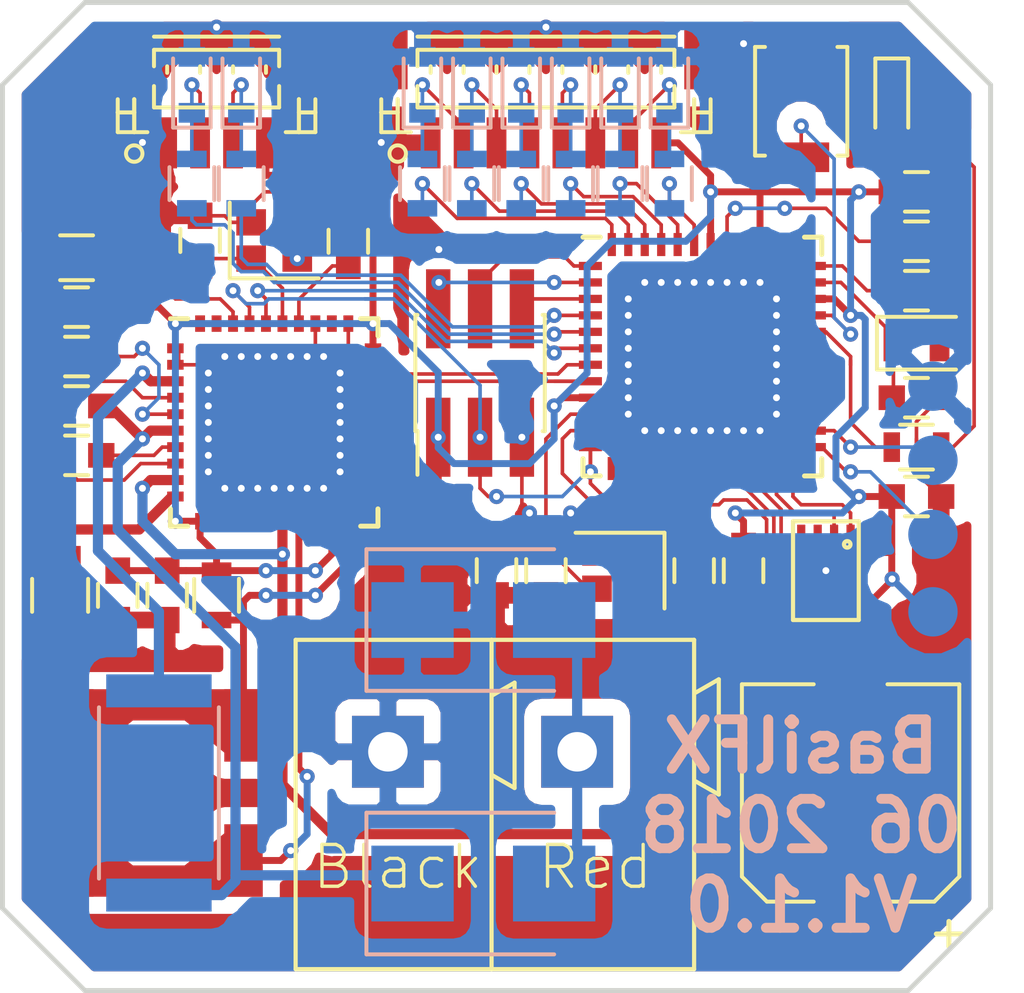
<source format=kicad_pcb>
(kicad_pcb (version 20171130) (host pcbnew "(5.0.0-rc2-166-g03fa645)")
  (layers (0 F.Cu signal) (31 B.Cu signal) (34 B.Paste user) (35 F.Paste user) (36 B.SilkS user) (37 F.SilkS user) (38 B.Mask user) (39 F.Mask user) (44 Edge.Cuts user))
  (net 0 "")
  (net 1 "Net-(U1-Pad31)")
  (net 2 "Net-(U1-Pad16)")
  (net 3 "Net-(U1-Pad15)")
  (net 4 "Net-(U1-Pad14)")
  (net 5 "Net-(U1-Pad13)")
  (net 6 "Net-(U2-Pad39)")
  (net 7 "Net-(U2-Pad32)")
  (net 8 "Net-(U2-Pad22)")
  (net 9 "Net-(U2-Pad21)")
  (net 10 "Net-(U2-Pad15)")
  (net 11 "Net-(U2-Pad13)")
  (net 12 "Net-(U2-Pad12)")
  (net 13 GND)
  (net 14 /RESET)
  (net 15 /SWO)
  (net 16 /SWDCLK)
  (net 17 /SWDIO)
  (net 18 "Net-(C3-Pad1)")
  (net 19 "Net-(C1-Pad2)")
  (net 20 "Net-(C4-Pad1)")
  (net 21 "Net-(C5-Pad1)")
  (net 22 "Net-(C7-Pad1)")
  (net 23 "Net-(C6-Pad1)")
  (net 24 "Net-(C2-Pad2)")
  (net 25 /SDA)
  (net 26 /SCL)
  (net 27 "Net-(C14-Pad1)")
  (net 28 "Net-(C14-Pad2)")
  (net 29 "Net-(C15-Pad2)")
  (net 30 "Net-(D1-Pad2)")
  (net 31 /KNX+)
  (net 32 "Net-(L1-Pad2)")
  (net 33 "Net-(L1-Pad1)")
  (net 34 /LED)
  (net 35 "Net-(R2-Pad2)")
  (net 36 /SWITCH)
  (net 37 /SAVE)
  (net 38 /RXD)
  (net 39 /TXD)
  (net 40 /SCLK)
  (net 41 /MOSI)
  (net 42 /MISO)
  (net 43 /CS)
  (net 44 /IF1)
  (net 45 /IF2)
  (net 46 /IF3)
  (net 47 /IF4)
  (net 48 /IF5)
  (net 49 /IF6)
  (net 50 "Net-(D2-Pad2)")
  (net 51 "Net-(C11-Pad1)")
  (net 52 "Net-(C12-Pad1)")
  (net 53 "Net-(C13-Pad1)")
  (net 54 "Net-(D6-Pad1)")
  (net 55 "Net-(D7-Pad1)")
  (net 56 "Net-(D8-Pad1)")
  (net 57 "Net-(D9-Pad1)")
  (net 58 "Net-(D10-Pad1)")
  (net 59 "Net-(D11-Pad1)")
  (net 60 "Net-(U1-Pad30)")
  (net 61 "Net-(U1-Pad29)")
  (net 62 "Net-(U1-Pad28)")
  (net 63 "Net-(U1-Pad27)")
  (net 64 "Net-(U1-Pad18)")
  (net 65 "Net-(U1-Pad17)")
  (net 66 "Net-(D4-Pad1)")
  (net 67 "Net-(D5-Pad1)")
  (net 68 "Net-(U1-Pad20)")
  (net 69 "Net-(U1-Pad19)")
  (net 70 "Net-(TP2-Pad1)")
  (net 71 "Net-(TP3-Pad1)")
  (net 72 3V3-A)
  (net 73 "Net-(R13-Pad2)")
  (net 74 "Net-(U1-Pad38)")
  (module KNX:KNX_KLEMME (layer F.Cu) (at 84.25 62.75 90)
    (fp_text reference J3 hide)
    (fp_text value KNX_KLEMME hide)
    (fp_text user Black (at -3.5 -2.25 180) (layer F.SilkS) (effects (font (size 1.27 1.27) (thickness 0.1016))))
    (fp_text user Red (at -3.5 3.75 180) (layer F.SilkS) (effects (font (size 1.27 1.27) (thickness 0.1016))))
    (pad P- thru_hole rect (at 0 -2.54762 90) (size 2.18186 2.18186) (drill 1.19888) (layers *.Cu *.Mask) (net 13 GND))
    (pad P+ thru_hole rect (at 0 3.19786 90) (size 2.18186 2.18186) (drill 1.19888) (layers *.Cu *.Mask) (net 50 "Net-(D2-Pad2)"))
  )
  (module Connectors_JST:JST_SH_BM08B-SRSS-TB_08x1.00mm_Straight (layer F.Cu) (at 86.5 43)
    (fp_text reference J2 hide)
    (fp_text value INTERFACE)
    (pad "" smd rect (at 4.8 -1.2625) (size 1.2 1.8) (layers F.Cu F.Paste F.Mask))
    (pad "" smd rect (at -4.8 -1.2625) (size 1.2 1.8) (layers F.Cu F.Paste F.Mask))
    (pad 8 smd rect (at 3.5 1.2625) (size 0.6 1.55) (layers F.Cu F.Paste F.Mask) (net 72 3V3-A))
    (pad 7 smd rect (at 2.5 1.2625) (size 0.6 1.55) (layers F.Cu F.Paste F.Mask) (net 54 "Net-(D6-Pad1)"))
    (pad 6 smd rect (at 1.5 1.2625) (size 0.6 1.55) (layers F.Cu F.Paste F.Mask) (net 55 "Net-(D7-Pad1)"))
    (pad 5 smd rect (at 0.5 1.2625) (size 0.6 1.55) (layers F.Cu F.Paste F.Mask) (net 56 "Net-(D8-Pad1)"))
    (pad 4 smd rect (at -0.5 1.2625) (size 0.6 1.55) (layers F.Cu F.Paste F.Mask) (net 57 "Net-(D9-Pad1)"))
    (pad 3 smd rect (at -1.5 1.2625) (size 0.6 1.55) (layers F.Cu F.Paste F.Mask) (net 58 "Net-(D10-Pad1)"))
    (pad 2 smd rect (at -2.5 1.2625) (size 0.6 1.55) (layers F.Cu F.Paste F.Mask) (net 59 "Net-(D11-Pad1)"))
    (pad 1 smd rect (at -3.5 1.2625) (size 0.6 1.55) (layers F.Cu F.Paste F.Mask) (net 13 GND))
  )
  (module Pin_Headers:Pin_Header_Straight_2x03_Pitch1.27mm_SMD (layer F.Cu) (at 84.5 51.25 90)
    (fp_text reference J4 hide)
    (fp_text value JTAG)
    (pad 6 smd rect (at 1.95 1.27 90) (size 2.4 0.74) (layers F.Cu F.Paste F.Mask) (net 15 /SWO))
    (pad 5 smd rect (at -1.95 1.27 90) (size 2.4 0.74) (layers F.Cu F.Paste F.Mask) (net 13 GND))
    (pad 4 smd rect (at 1.95 0 90) (size 2.4 0.74) (layers F.Cu F.Paste F.Mask) (net 16 /SWDCLK))
    (pad 3 smd rect (at -1.95 0 90) (size 2.4 0.74) (layers F.Cu F.Paste F.Mask) (net 14 /RESET))
    (pad 2 smd rect (at 1.95 -1.27 90) (size 2.4 0.74) (layers F.Cu F.Paste F.Mask) (net 17 /SWDIO))
    (pad 1 smd rect (at -1.95 -1.27 90) (size 2.4 0.74) (layers F.Cu F.Paste F.Mask) (net 72 3V3-A))
  )
  (module Measurement_Points:Measurement_Point_Round-SMD-Pad_Small (layer B.Cu) (at 98.25 51.65 270)
    (fp_text reference TP1 hide)
    (fp_text value Test_Point hide)
    (pad 1 smd circle (at 0 0 270) (size 1.5 1.5) (layers B.Cu B.Mask) (net 13 GND))
  )
  (module Crystals:Crystal_SMD_2016-4pin_2.0x1.6mm (layer F.Cu) (at 78.25 47.226)
    (fp_text reference Y3 hide)
    (fp_text value 16MHz)
    (pad 4 smd rect (at -0.7 -0.55) (size 0.9 0.8) (layers F.Cu F.Paste F.Mask) (net 13 GND))
    (pad 3 smd rect (at 0.7 -0.55) (size 0.9 0.8) (layers F.Cu F.Paste F.Mask) (net 23 "Net-(C6-Pad1)"))
    (pad 2 smd rect (at 0.7 0.55) (size 0.9 0.8) (layers F.Cu F.Paste F.Mask) (net 13 GND))
    (pad 1 smd rect (at -0.7 0.55) (size 0.9 0.8) (layers F.Cu F.Paste F.Mask) (net 22 "Net-(C7-Pad1)"))
  )
  (module Diodes_SMD:D_0603 (layer B.Cu) (at 87.25 42.5 90)
    (fp_text reference D8 hide)
    (fp_text value D_TVS)
    (pad 2 smd rect (at 0.85 0 90) (size 0.6 0.8) (layers B.Cu B.Paste B.Mask) (net 13 GND))
    (pad 1 smd rect (at -0.85 0 90) (size 0.6 0.8) (layers B.Cu B.Paste B.Mask) (net 56 "Net-(D8-Pad1)"))
  )
  (module Resistors_SMD:R_0603 (layer B.Cu) (at 85.75 45.5 90)
    (fp_text reference R6 hide)
    (fp_text value 220)
    (pad 1 smd rect (at -0.75 0 90) (size 0.5 0.9) (layers B.Cu B.Paste B.Mask) (net 46 /IF3))
    (pad 2 smd rect (at 0.75 0 90) (size 0.5 0.9) (layers B.Cu B.Paste B.Mask) (net 57 "Net-(D9-Pad1)"))
  )
  (module Resistors_SMD:R_0603 (layer B.Cu) (at 84.25 45.5 90)
    (fp_text reference R5 hide)
    (fp_text value 220)
    (pad 2 smd rect (at 0.75 0 90) (size 0.5 0.9) (layers B.Cu B.Paste B.Mask) (net 58 "Net-(D10-Pad1)"))
    (pad 1 smd rect (at -0.75 0 90) (size 0.5 0.9) (layers B.Cu B.Paste B.Mask) (net 45 /IF2))
  )
  (module LEDs:LED_0603 (layer F.Cu) (at 97 43 270)
    (fp_text reference D1 hide)
    (fp_text value LED)
    (pad 2 smd rect (at 0.8 0 90) (size 0.8 0.8) (layers F.Cu F.Paste F.Mask) (net 30 "Net-(D1-Pad2)"))
    (pad 1 smd rect (at -0.8 0 90) (size 0.8 0.8) (layers F.Cu F.Paste F.Mask) (net 13 GND))
  )
  (module Capacitors_SMD:C_0603 (layer F.Cu) (at 72.25 49.25 180)
    (fp_text reference C18 hide)
    (fp_text value 100nF)
    (pad 1 smd rect (at -0.75 0 180) (size 0.8 0.75) (layers F.Cu F.Paste F.Mask) (net 72 3V3-A))
    (pad 2 smd rect (at 0.75 0 180) (size 0.8 0.75) (layers F.Cu F.Paste F.Mask) (net 13 GND))
  )
  (module Resistors_SMD:R_0603 (layer F.Cu) (at 72.25 47.75)
    (fp_text reference R13 hide)
    (fp_text value 0)
    (pad 2 smd rect (at 0.75 0) (size 0.5 0.9) (layers F.Cu F.Paste F.Mask) (net 73 "Net-(R13-Pad2)"))
    (pad 1 smd rect (at -0.75 0) (size 0.5 0.9) (layers F.Cu F.Paste F.Mask) (net 13 GND))
  )
  (module Housings_DFN_QFN:QFN-48-1EP_7x7mm_Pitch0.5mm (layer F.Cu) (at 91.25 50.75)
    (fp_text reference U1 hide)
    (fp_text value EFM32PG12B500)
    (pad 49 smd rect (at -1.93125 -1.93125) (size 1.2875 1.2875) (layers F.Cu F.Paste F.Mask) (net 13 GND))
    (pad 49 smd rect (at -1.93125 -0.64375) (size 1.2875 1.2875) (layers F.Cu F.Paste F.Mask) (net 13 GND))
    (pad 49 smd rect (at -1.93125 0.64375) (size 1.2875 1.2875) (layers F.Cu F.Paste F.Mask) (net 13 GND))
    (pad 49 smd rect (at -1.93125 1.93125) (size 1.2875 1.2875) (layers F.Cu F.Paste F.Mask) (net 13 GND))
    (pad 49 smd rect (at -0.64375 -1.93125) (size 1.2875 1.2875) (layers F.Cu F.Paste F.Mask) (net 13 GND))
    (pad 49 smd rect (at -0.64375 -0.64375) (size 1.2875 1.2875) (layers F.Cu F.Paste F.Mask) (net 13 GND))
    (pad 49 smd rect (at -0.64375 0.64375) (size 1.2875 1.2875) (layers F.Cu F.Paste F.Mask) (net 13 GND))
    (pad 49 smd rect (at -0.64375 1.93125) (size 1.2875 1.2875) (layers F.Cu F.Paste F.Mask) (net 13 GND))
    (pad 49 smd rect (at 0.64375 -1.93125) (size 1.2875 1.2875) (layers F.Cu F.Paste F.Mask) (net 13 GND))
    (pad 49 smd rect (at 0.64375 -0.64375) (size 1.2875 1.2875) (layers F.Cu F.Paste F.Mask) (net 13 GND))
    (pad 49 smd rect (at 0.64375 0.64375) (size 1.2875 1.2875) (layers F.Cu F.Paste F.Mask) (net 13 GND))
    (pad 49 smd rect (at 0.64375 1.93125) (size 1.2875 1.2875) (layers F.Cu F.Paste F.Mask) (net 13 GND))
    (pad 49 smd rect (at 1.93125 -1.93125) (size 1.2875 1.2875) (layers F.Cu F.Paste F.Mask) (net 13 GND))
    (pad 49 smd rect (at 1.93125 -0.64375) (size 1.2875 1.2875) (layers F.Cu F.Paste F.Mask) (net 13 GND))
    (pad 49 smd rect (at 1.93125 0.64375) (size 1.2875 1.2875) (layers F.Cu F.Paste F.Mask) (net 13 GND))
    (pad 49 smd rect (at 1.93125 1.93125) (size 1.2875 1.2875) (layers F.Cu F.Paste F.Mask) (net 13 GND))
    (pad 48 smd rect (at -2.75 -3.4 90) (size 0.7 0.25) (layers F.Cu F.Paste F.Mask) (net 44 /IF1))
    (pad 47 smd rect (at -2.25 -3.4 90) (size 0.7 0.25) (layers F.Cu F.Paste F.Mask) (net 45 /IF2))
    (pad 46 smd rect (at -1.75 -3.4 90) (size 0.7 0.25) (layers F.Cu F.Paste F.Mask) (net 46 /IF3))
    (pad 45 smd rect (at -1.25 -3.4 90) (size 0.7 0.25) (layers F.Cu F.Paste F.Mask) (net 47 /IF4))
    (pad 44 smd rect (at -0.75 -3.4 90) (size 0.7 0.25) (layers F.Cu F.Paste F.Mask) (net 48 /IF5))
    (pad 43 smd rect (at -0.25 -3.4 90) (size 0.7 0.25) (layers F.Cu F.Paste F.Mask) (net 49 /IF6))
    (pad 42 smd rect (at 0.25 -3.4 90) (size 0.7 0.25) (layers F.Cu F.Paste F.Mask) (net 72 3V3-A))
    (pad 41 smd rect (at 0.75 -3.4 90) (size 0.7 0.25) (layers F.Cu F.Paste F.Mask) (net 18 "Net-(C3-Pad1)"))
    (pad 40 smd rect (at 1.25 -3.4 90) (size 0.7 0.25) (layers F.Cu F.Paste F.Mask) (net 72 3V3-A))
    (pad 39 smd rect (at 1.75 -3.4 90) (size 0.7 0.25) (layers F.Cu F.Paste F.Mask) (net 72 3V3-A))
    (pad 38 smd rect (at 2.25 -3.4 90) (size 0.7 0.25) (layers F.Cu F.Paste F.Mask) (net 74 "Net-(U1-Pad38)"))
    (pad 37 smd rect (at 2.75 -3.4 90) (size 0.7 0.25) (layers F.Cu F.Paste F.Mask) (net 13 GND))
    (pad 36 smd rect (at 3.4 -2.75) (size 0.7 0.25) (layers F.Cu F.Paste F.Mask) (net 24 "Net-(C2-Pad2)"))
    (pad 35 smd rect (at 3.4 -2.25) (size 0.7 0.25) (layers F.Cu F.Paste F.Mask) (net 19 "Net-(C1-Pad2)"))
    (pad 34 smd rect (at 3.4 -1.75) (size 0.7 0.25) (layers F.Cu F.Paste F.Mask) (net 72 3V3-A))
    (pad 33 smd rect (at 3.4 -1.25) (size 0.7 0.25) (layers F.Cu F.Paste F.Mask) (net 36 /SWITCH))
    (pad 32 smd rect (at 3.4 -0.75) (size 0.7 0.25) (layers F.Cu F.Paste F.Mask) (net 34 /LED))
    (pad 31 smd rect (at 3.4 -0.25) (size 0.7 0.25) (layers F.Cu F.Paste F.Mask) (net 1 "Net-(U1-Pad31)"))
    (pad 30 smd rect (at 3.4 0.25) (size 0.7 0.25) (layers F.Cu F.Paste F.Mask) (net 60 "Net-(U1-Pad30)"))
    (pad 29 smd rect (at 3.4 0.75) (size 0.7 0.25) (layers F.Cu F.Paste F.Mask) (net 61 "Net-(U1-Pad29)"))
    (pad 28 smd rect (at 3.4 1.25) (size 0.7 0.25) (layers F.Cu F.Paste F.Mask) (net 62 "Net-(U1-Pad28)"))
    (pad 27 smd rect (at 3.4 1.75) (size 0.7 0.25) (layers F.Cu F.Paste F.Mask) (net 63 "Net-(U1-Pad27)"))
    (pad 26 smd rect (at 3.4 2.25) (size 0.7 0.25) (layers F.Cu F.Paste F.Mask) (net 70 "Net-(TP2-Pad1)"))
    (pad 25 smd rect (at 3.4 2.75) (size 0.7 0.25) (layers F.Cu F.Paste F.Mask) (net 71 "Net-(TP3-Pad1)"))
    (pad 24 smd rect (at 2.75 3.4 90) (size 0.7 0.25) (layers F.Cu F.Paste F.Mask) (net 43 /CS))
    (pad 23 smd rect (at 2.25 3.4 90) (size 0.7 0.25) (layers F.Cu F.Paste F.Mask) (net 42 /MISO))
    (pad 22 smd rect (at 1.75 3.4 90) (size 0.7 0.25) (layers F.Cu F.Paste F.Mask) (net 41 /MOSI))
    (pad 21 smd rect (at 1.25 3.4 90) (size 0.7 0.25) (layers F.Cu F.Paste F.Mask) (net 40 /SCLK))
    (pad 20 smd rect (at 0.75 3.4 90) (size 0.7 0.25) (layers F.Cu F.Paste F.Mask) (net 68 "Net-(U1-Pad20)"))
    (pad 19 smd rect (at 0.25 3.4 90) (size 0.7 0.25) (layers F.Cu F.Paste F.Mask) (net 69 "Net-(U1-Pad19)"))
    (pad 18 smd rect (at -0.25 3.4 90) (size 0.7 0.25) (layers F.Cu F.Paste F.Mask) (net 64 "Net-(U1-Pad18)"))
    (pad 17 smd rect (at -0.75 3.4 90) (size 0.7 0.25) (layers F.Cu F.Paste F.Mask) (net 65 "Net-(U1-Pad17)"))
    (pad 16 smd rect (at -1.25 3.4 90) (size 0.7 0.25) (layers F.Cu F.Paste F.Mask) (net 2 "Net-(U1-Pad16)"))
    (pad 15 smd rect (at -1.75 3.4 90) (size 0.7 0.25) (layers F.Cu F.Paste F.Mask) (net 3 "Net-(U1-Pad15)"))
    (pad 14 smd rect (at -2.25 3.4 90) (size 0.7 0.25) (layers F.Cu F.Paste F.Mask) (net 4 "Net-(U1-Pad14)"))
    (pad 13 smd rect (at -2.75 3.4 90) (size 0.7 0.25) (layers F.Cu F.Paste F.Mask) (net 5 "Net-(U1-Pad13)"))
    (pad 12 smd rect (at -3.4 2.75) (size 0.7 0.25) (layers F.Cu F.Paste F.Mask) (net 14 /RESET))
    (pad 11 smd rect (at -3.4 2.25) (size 0.7 0.25) (layers F.Cu F.Paste F.Mask) (net 20 "Net-(C4-Pad1)"))
    (pad 10 smd rect (at -3.4 1.75) (size 0.7 0.25) (layers F.Cu F.Paste F.Mask) (net 21 "Net-(C5-Pad1)"))
    (pad 9 smd rect (at -3.4 1.25) (size 0.7 0.25) (layers F.Cu F.Paste F.Mask) (net 72 3V3-A))
    (pad 8 smd rect (at -3.4 0.75) (size 0.7 0.25) (layers F.Cu F.Paste F.Mask) (net 38 /RXD))
    (pad 7 smd rect (at -3.4 0.25) (size 0.7 0.25) (layers F.Cu F.Paste F.Mask) (net 39 /TXD))
    (pad 6 smd rect (at -3.4 -0.25) (size 0.7 0.25) (layers F.Cu F.Paste F.Mask) (net 37 /SAVE))
    (pad 5 smd rect (at -3.4 -0.75) (size 0.7 0.25) (layers F.Cu F.Paste F.Mask) (net 26 /SCL))
    (pad 4 smd rect (at -3.4 -1.25) (size 0.7 0.25) (layers F.Cu F.Paste F.Mask) (net 25 /SDA))
    (pad 3 smd rect (at -3.4 -1.75) (size 0.7 0.25) (layers F.Cu F.Paste F.Mask) (net 15 /SWO))
    (pad 2 smd rect (at -3.4 -2.25) (size 0.7 0.25) (layers F.Cu F.Paste F.Mask) (net 17 /SWDIO))
    (pad 1 smd rect (at -3.4 -2.75) (size 0.7 0.25) (layers F.Cu F.Paste F.Mask) (net 16 /SWDCLK))
  )
  (module Resistors_SMD:R_0603 (layer F.Cu) (at 97.75 53.5)
    (fp_text reference R1 hide)
    (fp_text value 220)
    (pad 2 smd rect (at 0.75 0) (size 0.5 0.9) (layers F.Cu F.Paste F.Mask) (net 30 "Net-(D1-Pad2)"))
    (pad 1 smd rect (at -0.75 0) (size 0.5 0.9) (layers F.Cu F.Paste F.Mask) (net 34 /LED))
  )
  (module "PowerSwap:winbond-USON-8(2X3UX)" (layer F.Cu) (at 95 57.25 270)
    (fp_text reference U3 hide)
    (fp_text value MX25R8035F hide)
    (pad 9 smd rect (at 0 0 270) (size 0.19812 1.59766) (layers F.Cu F.Paste F.Mask) (net 13 GND))
    (pad 8 smd rect (at 1.22174 -0.7493 270) (size 0.34798 0.24892) (layers F.Cu F.Paste F.Mask) (net 72 3V3-A))
    (pad 7 smd rect (at 1.22174 -0.24892 270) (size 0.34798 0.24892) (layers F.Cu F.Paste F.Mask) (net 14 /RESET))
    (pad 6 smd rect (at 1.22174 0.24892 270) (size 0.34798 0.24892) (layers F.Cu F.Paste F.Mask) (net 40 /SCLK))
    (pad 5 smd rect (at 1.22174 0.7493 270) (size 0.34798 0.24892) (layers F.Cu F.Paste F.Mask) (net 41 /MOSI))
    (pad 4 smd rect (at -1.22174 0.7493 270) (size 0.34798 0.24892) (layers F.Cu F.Paste F.Mask) (net 13 GND))
    (pad 3 smd rect (at -1.22174 0.24892 270) (size 0.34798 0.24892) (layers F.Cu F.Paste F.Mask) (net 72 3V3-A))
    (pad 2 smd rect (at -1.22174 -0.24892 270) (size 0.34798 0.24892) (layers F.Cu F.Paste F.Mask) (net 42 /MISO))
    (pad 1 smd rect (at -1.22174 -0.7493 270) (size 0.34798 0.24892) (layers F.Cu F.Paste F.Mask) (net 43 /CS))
  )
  (module Capacitors_SMD:C_0603 (layer F.Cu) (at 97.75 45.75)
    (fp_text reference C8 hide)
    (fp_text value 100nF)
    (pad 2 smd rect (at 0.75 0) (size 0.8 0.75) (layers F.Cu F.Paste F.Mask) (net 13 GND))
    (pad 1 smd rect (at -0.75 0) (size 0.8 0.75) (layers F.Cu F.Paste F.Mask) (net 72 3V3-A))
  )
  (module Capacitors_SMD:C_0603 (layer F.Cu) (at 85 57.25 270)
    (fp_text reference C20 hide)
    (fp_text value 100nF)
    (pad 2 smd rect (at 0.75 0 270) (size 0.8 0.75) (layers F.Cu F.Paste F.Mask) (net 13 GND))
    (pad 1 smd rect (at -0.75 0 270) (size 0.8 0.75) (layers F.Cu F.Paste F.Mask) (net 72 3V3-A))
  )
  (module Buttons_Switches_SMD:SW_SPST_B3U-1000P (layer F.Cu) (at 94.25 43 270)
    (fp_text reference SW1 hide)
    (fp_text value PROG)
    (pad 2 smd rect (at 1.7 0 270) (size 0.9 1.7) (layers F.Cu F.Paste F.Mask) (net 36 /SWITCH))
    (pad 1 smd rect (at -1.7 0 270) (size 0.9 1.7) (layers F.Cu F.Paste F.Mask) (net 13 GND))
  )
  (module Measurement_Points:Measurement_Point_Round-SMD-Pad_Small (layer B.Cu) (at 98.25 53.9 270)
    (fp_text reference TP2 hide)
    (fp_text value Test_Point hide)
    (pad 1 smd circle (at 0 0 270) (size 1.5 1.5) (layers B.Cu B.Mask) (net 70 "Net-(TP2-Pad1)"))
  )
  (module Measurement_Points:Measurement_Point_Round-SMD-Pad_Small (layer B.Cu) (at 98.25 58.5)
    (fp_text reference TP4 hide)
    (fp_text value Test_Point hide)
    (pad 1 smd circle (at 0 0) (size 1.5 1.5) (layers B.Cu B.Mask) (net 72 3V3-A))
  )
  (module Capacitors_SMD:C_0805 (layer F.Cu) (at 71.75 58 270)
    (fp_text reference C12 hide)
    (fp_text value 1µF)
    (pad 2 smd rect (at 1 0 270) (size 1 1.25) (layers F.Cu F.Paste F.Mask) (net 13 GND))
    (pad 1 smd rect (at -1 0 270) (size 1 1.25) (layers F.Cu F.Paste F.Mask) (net 52 "Net-(C12-Pad1)"))
  )
  (module Diodes_SMD:D_SMB (layer B.Cu) (at 84.6 66.75)
    (fp_text reference D2 hide)
    (fp_text value D hide)
    (pad 2 smd rect (at 2.15 0) (size 2.5 2.3) (layers B.Cu B.Paste B.Mask) (net 50 "Net-(D2-Pad2)"))
    (pad 1 smd rect (at -2.15 0) (size 2.5 2.3) (layers B.Cu B.Paste B.Mask) (net 31 /KNX+))
  )
  (module Diodes_SMD:D_SMB (layer B.Cu) (at 84.6 58.75)
    (fp_text reference D3 hide)
    (fp_text value D_TVS hide)
    (pad 1 smd rect (at -2.15 0) (size 2.5 2.3) (layers B.Cu B.Paste B.Mask) (net 13 GND))
    (pad 2 smd rect (at 2.15 0) (size 2.5 2.3) (layers B.Cu B.Paste B.Mask) (net 50 "Net-(D2-Pad2)"))
  )
  (module Measurement_Points:Measurement_Point_Round-SMD-Pad_Small (layer B.Cu) (at 98.25 56.15)
    (fp_text reference TP3 hide)
    (fp_text value Test_Point hide)
    (pad 1 smd circle (at 0 0) (size 1.5 1.5) (layers B.Cu B.Mask) (net 71 "Net-(TP3-Pad1)"))
  )
  (module Capacitors_SMD:C_0603 (layer F.Cu) (at 97.75 48.75 180)
    (fp_text reference C2 hide)
    (fp_text value 18pF)
    (pad 2 smd rect (at 0.75 0 180) (size 0.8 0.75) (layers F.Cu F.Paste F.Mask) (net 24 "Net-(C2-Pad2)"))
    (pad 1 smd rect (at -0.75 0 180) (size 0.8 0.75) (layers F.Cu F.Paste F.Mask) (net 13 GND))
  )
  (module Capacitors_SMD:C_0603 (layer F.Cu) (at 97.75 47.25)
    (fp_text reference C3 hide)
    (fp_text value 1µF)
    (pad 1 smd rect (at -0.75 0) (size 0.8 0.75) (layers F.Cu F.Paste F.Mask) (net 18 "Net-(C3-Pad1)"))
    (pad 2 smd rect (at 0.75 0) (size 0.8 0.75) (layers F.Cu F.Paste F.Mask) (net 13 GND))
  )
  (module Capacitors_SMD:C_0603 (layer F.Cu) (at 97.75 55)
    (fp_text reference C9 hide)
    (fp_text value 100nF)
    (pad 2 smd rect (at 0.75 0) (size 0.8 0.75) (layers F.Cu F.Paste F.Mask) (net 13 GND))
    (pad 1 smd rect (at -0.75 0) (size 0.8 0.75) (layers F.Cu F.Paste F.Mask) (net 72 3V3-A))
  )
  (module Capacitors_SMD:C_0603 (layer F.Cu) (at 80.5 47.25 90)
    (fp_text reference C6 hide)
    (fp_text value 10pF)
    (pad 2 smd rect (at 0.75 0 90) (size 0.8 0.75) (layers F.Cu F.Paste F.Mask) (net 13 GND))
    (pad 1 smd rect (at -0.75 0 90) (size 0.8 0.75) (layers F.Cu F.Paste F.Mask) (net 23 "Net-(C6-Pad1)"))
  )
  (module Crystals:Crystal_SMD_2012-2pin_2.0x1.2mm (layer F.Cu) (at 97.75 50.3443)
    (fp_text reference Y1 hide)
    (fp_text value 32.768kHz)
    (pad 2 smd rect (at 0.7 0) (size 0.6 1.1) (layers F.Cu F.Paste F.Mask) (net 24 "Net-(C2-Pad2)"))
    (pad 1 smd rect (at -0.7 0) (size 0.6 1.1) (layers F.Cu F.Paste F.Mask) (net 19 "Net-(C1-Pad2)"))
  )
  (module Resistors_SMD:R_0603 (layer B.Cu) (at 75.75 45.5 90)
    (fp_text reference R10 hide)
    (fp_text value 220)
    (pad 1 smd rect (at -0.75 0 90) (size 0.5 0.9) (layers B.Cu B.Paste B.Mask) (net 26 /SCL))
    (pad 2 smd rect (at 0.75 0 90) (size 0.5 0.9) (layers B.Cu B.Paste B.Mask) (net 67 "Net-(D5-Pad1)"))
  )
  (module Resistors_SMD:R_0603 (layer B.Cu) (at 77.25 45.5 90)
    (fp_text reference R11 hide)
    (fp_text value 220)
    (pad 2 smd rect (at 0.75 0 90) (size 0.5 0.9) (layers B.Cu B.Paste B.Mask) (net 66 "Net-(D4-Pad1)"))
    (pad 1 smd rect (at -0.75 0 90) (size 0.5 0.9) (layers B.Cu B.Paste B.Mask) (net 25 /SDA))
  )
  (module Capacitors_SMD:CP_Elec_6.3x7.7 (layer F.Cu) (at 95.75 64 90)
    (fp_text reference C11 hide)
    (fp_text value 100µF)
    (fp_text user + (at -4.28 2.91 90) (layer F.SilkS))
    (pad 2 smd rect (at 2.7 0 270) (size 3.5 1.6) (layers F.Cu F.Paste F.Mask) (net 13 GND))
    (pad 1 smd rect (at -2.7 0 270) (size 3.5 1.6) (layers F.Cu F.Paste F.Mask) (net 51 "Net-(C11-Pad1)"))
  )
  (module Crystals:Crystal_SMD_2016-4pin_2.0x1.6mm (layer F.Cu) (at 88.75 57.25 180)
    (fp_text reference Y2 hide)
    (fp_text value 38.4MHz)
    (pad 1 smd rect (at -0.7 0.55 180) (size 0.9 0.8) (layers F.Cu F.Paste F.Mask) (net 20 "Net-(C4-Pad1)"))
    (pad 2 smd rect (at 0.7 0.55 180) (size 0.9 0.8) (layers F.Cu F.Paste F.Mask) (net 13 GND))
    (pad 3 smd rect (at 0.7 -0.55 180) (size 0.9 0.8) (layers F.Cu F.Paste F.Mask) (net 21 "Net-(C5-Pad1)"))
    (pad 4 smd rect (at -0.7 -0.55 180) (size 0.9 0.8) (layers F.Cu F.Paste F.Mask) (net 13 GND))
  )
  (module PowerSwap:SRR5028 (layer F.Cu) (at 74.75 64)
    (fp_text reference L1 hide)
    (fp_text value 220µH)
    (pad 2 smd rect (at -1.77 2.05 51) (size 1 1.9) (layers F.Cu F.Paste F.Mask) (net 32 "Net-(L1-Pad2)"))
    (pad 2 smd rect (at 1.75 2.06 309) (size 1 1.9) (layers F.Cu F.Paste F.Mask) (net 32 "Net-(L1-Pad2)"))
    (pad 1 smd rect (at -1.77 -2.05 309) (size 1 1.9) (layers F.Cu F.Paste F.Mask) (net 33 "Net-(L1-Pad1)"))
    (pad 2 smd rect (at 0 2.675) (size 6.3 0.95) (layers F.Cu F.Paste F.Mask) (net 32 "Net-(L1-Pad2)"))
    (pad 1 smd rect (at 0 -2.675) (size 6.3 0.95) (layers F.Cu F.Paste F.Mask) (net 33 "Net-(L1-Pad1)"))
    (pad 1 smd rect (at 2.567 -2.05) (size 1.166 2.2) (layers F.Cu F.Paste F.Mask) (net 33 "Net-(L1-Pad1)"))
    (pad 2 smd rect (at 2.567 2.05) (size 1.166 2.2) (layers F.Cu F.Paste F.Mask) (net 32 "Net-(L1-Pad2)"))
    (pad 1 smd rect (at -2.567 -2.05) (size 1.166 2.2) (layers F.Cu F.Paste F.Mask) (net 33 "Net-(L1-Pad1)"))
    (pad 2 smd rect (at -2.567 2.05) (size 1.166 2.2) (layers F.Cu F.Paste F.Mask) (net 32 "Net-(L1-Pad2)"))
    (pad 1 smd rect (at 1.76 -2.05 51) (size 1 1.9) (layers F.Cu F.Paste F.Mask) (net 33 "Net-(L1-Pad1)"))
  )
  (module Connectors_JST:JST_SH_BM04B-SRSS-TB_04x1.00mm_Straight (layer F.Cu) (at 76.5 43)
    (fp_text reference J1 hide)
    (fp_text value I2C)
    (pad "" smd rect (at 2.8 -1.2625) (size 1.2 1.8) (layers F.Cu F.Paste F.Mask))
    (pad "" smd rect (at -2.8 -1.2625) (size 1.2 1.8) (layers F.Cu F.Paste F.Mask))
    (pad 4 smd rect (at 1.5 1.2625) (size 0.6 1.55) (layers F.Cu F.Paste F.Mask) (net 72 3V3-A))
    (pad 3 smd rect (at 0.5 1.2625) (size 0.6 1.55) (layers F.Cu F.Paste F.Mask) (net 66 "Net-(D4-Pad1)"))
    (pad 2 smd rect (at -0.5 1.2625) (size 0.6 1.55) (layers F.Cu F.Paste F.Mask) (net 67 "Net-(D5-Pad1)"))
    (pad 1 smd rect (at -1.5 1.2625) (size 0.6 1.55) (layers F.Cu F.Paste F.Mask) (net 13 GND))
  )
  (module Capacitors_SMD:C_0603 (layer F.Cu) (at 86.5 57.25 270)
    (fp_text reference C5 hide)
    (fp_text value 20pF)
    (pad 1 smd rect (at -0.75 0 270) (size 0.8 0.75) (layers F.Cu F.Paste F.Mask) (net 21 "Net-(C5-Pad1)"))
    (pad 2 smd rect (at 0.75 0 270) (size 0.8 0.75) (layers F.Cu F.Paste F.Mask) (net 13 GND))
  )
  (module Capacitors_SMD:C_0603 (layer F.Cu) (at 91 57.25 270)
    (fp_text reference C4 hide)
    (fp_text value 20pF)
    (pad 2 smd rect (at 0.75 0 270) (size 0.8 0.75) (layers F.Cu F.Paste F.Mask) (net 13 GND))
    (pad 1 smd rect (at -0.75 0 270) (size 0.8 0.75) (layers F.Cu F.Paste F.Mask) (net 20 "Net-(C4-Pad1)"))
  )
  (module Capacitors_SMD:C_0603 (layer F.Cu) (at 97.75 52 180)
    (fp_text reference C1 hide)
    (fp_text value 18pF)
    (pad 1 smd rect (at -0.75 0 180) (size 0.8 0.75) (layers F.Cu F.Paste F.Mask) (net 13 GND))
    (pad 2 smd rect (at 0.75 0 180) (size 0.8 0.75) (layers F.Cu F.Paste F.Mask) (net 19 "Net-(C1-Pad2)"))
  )
  (module Capacitors_SMD:C_0603 (layer F.Cu) (at 72.25 50.75 180)
    (fp_text reference C13 hide)
    (fp_text value 100nF)
    (pad 2 smd rect (at 0.75 0 180) (size 0.8 0.75) (layers F.Cu F.Paste F.Mask) (net 13 GND))
    (pad 1 smd rect (at -0.75 0 180) (size 0.8 0.75) (layers F.Cu F.Paste F.Mask) (net 53 "Net-(C13-Pad1)"))
  )
  (module Diodes_SMD:D_0603 (layer B.Cu) (at 75.75 42.5 90)
    (fp_text reference D5 hide)
    (fp_text value D_TVS)
    (pad 1 smd rect (at -0.85 0 90) (size 0.6 0.8) (layers B.Cu B.Paste B.Mask) (net 67 "Net-(D5-Pad1)"))
    (pad 2 smd rect (at 0.85 0 90) (size 0.6 0.8) (layers B.Cu B.Paste B.Mask) (net 13 GND))
  )
  (module Resistors_SMD:R_2512 (layer B.Cu) (at 74.75 64 90)
    (fp_text reference R2 hide)
    (fp_text value 27)
    (pad 2 smd rect (at 3.1 0 90) (size 1 3.2) (layers B.Cu B.Paste B.Mask) (net 35 "Net-(R2-Pad2)"))
    (pad 1 smd rect (at -3.1 0 90) (size 1 3.2) (layers B.Cu B.Paste B.Mask) (net 31 /KNX+))
  )
  (module Capacitors_SMD:C_0603 (layer F.Cu) (at 73.5 58 270)
    (fp_text reference C17 hide)
    (fp_text value 10µF)
    (pad 1 smd rect (at -0.75 0 270) (size 0.8 0.75) (layers F.Cu F.Paste F.Mask) (net 72 3V3-A))
    (pad 2 smd rect (at 0.75 0 270) (size 0.8 0.75) (layers F.Cu F.Paste F.Mask) (net 13 GND))
  )
  (module Diodes_SMD:D_0603 (layer B.Cu) (at 85.75 42.5 90)
    (fp_text reference D9 hide)
    (fp_text value D_TVS)
    (pad 1 smd rect (at -0.85 0 90) (size 0.6 0.8) (layers B.Cu B.Paste B.Mask) (net 57 "Net-(D9-Pad1)"))
    (pad 2 smd rect (at 0.85 0 90) (size 0.6 0.8) (layers B.Cu B.Paste B.Mask) (net 13 GND))
  )
  (module Diodes_SMD:D_0603 (layer B.Cu) (at 84.25 42.5 90)
    (fp_text reference D10 hide)
    (fp_text value D_TVS)
    (pad 2 smd rect (at 0.85 0 90) (size 0.6 0.8) (layers B.Cu B.Paste B.Mask) (net 13 GND))
    (pad 1 smd rect (at -0.85 0 90) (size 0.6 0.8) (layers B.Cu B.Paste B.Mask) (net 58 "Net-(D10-Pad1)"))
  )
  (module Diodes_SMD:D_0603 (layer B.Cu) (at 88.75 42.5 90)
    (fp_text reference D7 hide)
    (fp_text value D_TVS)
    (pad 1 smd rect (at -0.85 0 90) (size 0.6 0.8) (layers B.Cu B.Paste B.Mask) (net 55 "Net-(D7-Pad1)"))
    (pad 2 smd rect (at 0.85 0 90) (size 0.6 0.8) (layers B.Cu B.Paste B.Mask) (net 13 GND))
  )
  (module Diodes_SMD:D_0603 (layer B.Cu) (at 90.25 42.5 90)
    (fp_text reference D6 hide)
    (fp_text value D_TVS)
    (pad 2 smd rect (at 0.85 0 90) (size 0.6 0.8) (layers B.Cu B.Paste B.Mask) (net 13 GND))
    (pad 1 smd rect (at -0.85 0 90) (size 0.6 0.8) (layers B.Cu B.Paste B.Mask) (net 54 "Net-(D6-Pad1)"))
  )
  (module Diodes_SMD:D_0603 (layer B.Cu) (at 77.25 42.5 90)
    (fp_text reference D4 hide)
    (fp_text value D_TVS)
    (pad 2 smd rect (at 0.85 0 90) (size 0.6 0.8) (layers B.Cu B.Paste B.Mask) (net 13 GND))
    (pad 1 smd rect (at -0.85 0 90) (size 0.6 0.8) (layers B.Cu B.Paste B.Mask) (net 66 "Net-(D4-Pad1)"))
  )
  (module Diodes_SMD:D_0603 (layer B.Cu) (at 82.75 42.5 90)
    (fp_text reference D11 hide)
    (fp_text value D_TVS)
    (pad 1 smd rect (at -0.85 0 90) (size 0.6 0.8) (layers B.Cu B.Paste B.Mask) (net 59 "Net-(D11-Pad1)"))
    (pad 2 smd rect (at 0.85 0 90) (size 0.6 0.8) (layers B.Cu B.Paste B.Mask) (net 13 GND))
  )
  (module Resistors_SMD:R_0603 (layer B.Cu) (at 82.75 45.5 90)
    (fp_text reference R4 hide)
    (fp_text value 220)
    (pad 1 smd rect (at -0.75 0 90) (size 0.5 0.9) (layers B.Cu B.Paste B.Mask) (net 44 /IF1))
    (pad 2 smd rect (at 0.75 0 90) (size 0.5 0.9) (layers B.Cu B.Paste B.Mask) (net 59 "Net-(D11-Pad1)"))
  )
  (module Resistors_SMD:R_0603 (layer B.Cu) (at 87.25 45.5 90)
    (fp_text reference R7 hide)
    (fp_text value 220)
    (pad 2 smd rect (at 0.75 0 90) (size 0.5 0.9) (layers B.Cu B.Paste B.Mask) (net 56 "Net-(D8-Pad1)"))
    (pad 1 smd rect (at -0.75 0 90) (size 0.5 0.9) (layers B.Cu B.Paste B.Mask) (net 47 /IF4))
  )
  (module Resistors_SMD:R_0603 (layer B.Cu) (at 88.75 45.5 90)
    (fp_text reference R8 hide)
    (fp_text value 220)
    (pad 1 smd rect (at -0.75 0 90) (size 0.5 0.9) (layers B.Cu B.Paste B.Mask) (net 48 /IF5))
    (pad 2 smd rect (at 0.75 0 90) (size 0.5 0.9) (layers B.Cu B.Paste B.Mask) (net 55 "Net-(D7-Pad1)"))
  )
  (module Resistors_SMD:R_0603 (layer B.Cu) (at 90.25 45.5 90)
    (fp_text reference R9 hide)
    (fp_text value 220)
    (pad 2 smd rect (at 0.75 0 90) (size 0.5 0.9) (layers B.Cu B.Paste B.Mask) (net 54 "Net-(D6-Pad1)"))
    (pad 1 smd rect (at -0.75 0 90) (size 0.5 0.9) (layers B.Cu B.Paste B.Mask) (net 49 /IF6))
  )
  (module Housings_DFN_QFN:QFN-40-1EP_6x6mm_Pitch0.5mm (layer F.Cu) (at 78.25 52.75)
    (fp_text reference U2 hide)
    (fp_text value NCN5121)
    (pad 41 smd rect (at -1.725 -1.725) (size 1.15 1.15) (layers F.Cu F.Paste F.Mask) (net 13 GND))
    (pad 41 smd rect (at -1.725 -0.575) (size 1.15 1.15) (layers F.Cu F.Paste F.Mask) (net 13 GND))
    (pad 41 smd rect (at -1.725 0.575) (size 1.15 1.15) (layers F.Cu F.Paste F.Mask) (net 13 GND))
    (pad 41 smd rect (at -1.725 1.725) (size 1.15 1.15) (layers F.Cu F.Paste F.Mask) (net 13 GND))
    (pad 41 smd rect (at -0.575 -1.725) (size 1.15 1.15) (layers F.Cu F.Paste F.Mask) (net 13 GND))
    (pad 41 smd rect (at -0.575 -0.575) (size 1.15 1.15) (layers F.Cu F.Paste F.Mask) (net 13 GND))
    (pad 41 smd rect (at -0.575 0.575) (size 1.15 1.15) (layers F.Cu F.Paste F.Mask) (net 13 GND))
    (pad 41 smd rect (at -0.575 1.725) (size 1.15 1.15) (layers F.Cu F.Paste F.Mask) (net 13 GND))
    (pad 41 smd rect (at 0.575 -1.725) (size 1.15 1.15) (layers F.Cu F.Paste F.Mask) (net 13 GND))
    (pad 41 smd rect (at 0.575 -0.575) (size 1.15 1.15) (layers F.Cu F.Paste F.Mask) (net 13 GND))
    (pad 41 smd rect (at 0.575 0.575) (size 1.15 1.15) (layers F.Cu F.Paste F.Mask) (net 13 GND))
    (pad 41 smd rect (at 0.575 1.725) (size 1.15 1.15) (layers F.Cu F.Paste F.Mask) (net 13 GND))
    (pad 41 smd rect (at 1.725 -1.725) (size 1.15 1.15) (layers F.Cu F.Paste F.Mask) (net 13 GND))
    (pad 41 smd rect (at 1.725 -0.575) (size 1.15 1.15) (layers F.Cu F.Paste F.Mask) (net 13 GND))
    (pad 41 smd rect (at 1.725 0.575) (size 1.15 1.15) (layers F.Cu F.Paste F.Mask) (net 13 GND))
    (pad 41 smd rect (at 1.725 1.725) (size 1.15 1.15) (layers F.Cu F.Paste F.Mask) (net 13 GND))
    (pad 40 smd rect (at -2.25 -3 90) (size 0.5 0.3) (layers F.Cu F.Paste F.Mask) (net 72 3V3-A))
    (pad 39 smd rect (at -1.75 -3 90) (size 0.5 0.3) (layers F.Cu F.Paste F.Mask) (net 6 "Net-(U2-Pad39)"))
    (pad 38 smd rect (at -1.25 -3 90) (size 0.5 0.3) (layers F.Cu F.Paste F.Mask) (net 73 "Net-(R13-Pad2)"))
    (pad 37 smd rect (at -0.75 -3 90) (size 0.5 0.3) (layers F.Cu F.Paste F.Mask) (net 14 /RESET))
    (pad 36 smd rect (at -0.25 -3 90) (size 0.5 0.3) (layers F.Cu F.Paste F.Mask) (net 37 /SAVE))
    (pad 35 smd rect (at 0.25 -3 90) (size 0.5 0.3) (layers F.Cu F.Paste F.Mask) (net 22 "Net-(C7-Pad1)"))
    (pad 34 smd rect (at 0.75 -3 90) (size 0.5 0.3) (layers F.Cu F.Paste F.Mask) (net 23 "Net-(C6-Pad1)"))
    (pad 33 smd rect (at 1.25 -3 90) (size 0.5 0.3) (layers F.Cu F.Paste F.Mask) (net 13 GND))
    (pad 32 smd rect (at 1.75 -3 90) (size 0.5 0.3) (layers F.Cu F.Paste F.Mask) (net 7 "Net-(U2-Pad32)"))
    (pad 31 smd rect (at 2.25 -3 90) (size 0.5 0.3) (layers F.Cu F.Paste F.Mask) (net 13 GND))
    (pad 30 smd rect (at 3 -2.25) (size 0.5 0.3) (layers F.Cu F.Paste F.Mask) (net 72 3V3-A))
    (pad 29 smd rect (at 3 -1.75) (size 0.5 0.3) (layers F.Cu F.Paste F.Mask) (net 13 GND))
    (pad 28 smd rect (at 3 -1.25) (size 0.5 0.3) (layers F.Cu F.Paste F.Mask) (net 39 /TXD))
    (pad 27 smd rect (at 3 -0.75) (size 0.5 0.3) (layers F.Cu F.Paste F.Mask) (net 38 /RXD))
    (pad 26 smd rect (at 3 -0.25) (size 0.5 0.3) (layers F.Cu F.Paste F.Mask) (net 13 GND))
    (pad 25 smd rect (at 3 0.25) (size 0.5 0.3) (layers F.Cu F.Paste F.Mask) (net 13 GND))
    (pad 24 smd rect (at 3 0.75) (size 0.5 0.3) (layers F.Cu F.Paste F.Mask) (net 13 GND))
    (pad 23 smd rect (at 3 1.25) (size 0.5 0.3) (layers F.Cu F.Paste F.Mask) (net 13 GND))
    (pad 22 smd rect (at 3 1.75) (size 0.5 0.3) (layers F.Cu F.Paste F.Mask) (net 8 "Net-(U2-Pad22)"))
    (pad 21 smd rect (at 3 2.25) (size 0.5 0.3) (layers F.Cu F.Paste F.Mask) (net 9 "Net-(U2-Pad21)"))
    (pad 20 smd rect (at 2.25 3 90) (size 0.5 0.3) (layers F.Cu F.Paste F.Mask) (net 33 "Net-(L1-Pad1)"))
    (pad 19 smd rect (at 1.75 3 90) (size 0.5 0.3) (layers F.Cu F.Paste F.Mask) (net 72 3V3-A))
    (pad 18 smd rect (at 1.25 3 90) (size 0.5 0.3) (layers F.Cu F.Paste F.Mask) (net 13 GND))
    (pad 17 smd rect (at 0.75 3 90) (size 0.5 0.3) (layers F.Cu F.Paste F.Mask) (net 32 "Net-(L1-Pad2)"))
    (pad 16 smd rect (at 0.25 3 90) (size 0.5 0.3) (layers F.Cu F.Paste F.Mask) (net 51 "Net-(C11-Pad1)"))
    (pad 15 smd rect (at -0.25 3 90) (size 0.5 0.3) (layers F.Cu F.Paste F.Mask) (net 10 "Net-(U2-Pad15)"))
    (pad 14 smd rect (at -0.75 3 90) (size 0.5 0.3) (layers F.Cu F.Paste F.Mask) (net 13 GND))
    (pad 13 smd rect (at -1.25 3 90) (size 0.5 0.3) (layers F.Cu F.Paste F.Mask) (net 11 "Net-(U2-Pad13)"))
    (pad 12 smd rect (at -1.75 3 90) (size 0.5 0.3) (layers F.Cu F.Paste F.Mask) (net 12 "Net-(U2-Pad12)"))
    (pad 11 smd rect (at -2.25 3 90) (size 0.5 0.3) (layers F.Cu F.Paste F.Mask) (net 72 3V3-A))
    (pad 10 smd rect (at -3 2.25) (size 0.5 0.3) (layers F.Cu F.Paste F.Mask) (net 52 "Net-(C12-Pad1)"))
    (pad 9 smd rect (at -3 1.75) (size 0.5 0.3) (layers F.Cu F.Paste F.Mask) (net 51 "Net-(C11-Pad1)"))
    (pad 8 smd rect (at -3 1.25) (size 0.5 0.3) (layers F.Cu F.Paste F.Mask) (net 27 "Net-(C14-Pad1)"))
    (pad 7 smd rect (at -3 0.75) (size 0.5 0.3) (layers F.Cu F.Paste F.Mask) (net 28 "Net-(C14-Pad2)"))
    (pad 6 smd rect (at -3 0.25) (size 0.5 0.3) (layers F.Cu F.Paste F.Mask) (net 31 /KNX+))
    (pad 5 smd rect (at -3 -0.25) (size 0.5 0.3) (layers F.Cu F.Paste F.Mask) (net 53 "Net-(C13-Pad1)"))
    (pad 4 smd rect (at -3 -0.75) (size 0.5 0.3) (layers F.Cu F.Paste F.Mask) (net 29 "Net-(C15-Pad2)"))
    (pad 3 smd rect (at -3 -1.25) (size 0.5 0.3) (layers F.Cu F.Paste F.Mask) (net 35 "Net-(R2-Pad2)"))
    (pad 2 smd rect (at -3 -1.75) (size 0.5 0.3) (layers F.Cu F.Paste F.Mask) (net 13 GND))
    (pad 1 smd rect (at -3 -2.25) (size 0.5 0.3) (layers F.Cu F.Paste F.Mask) (net 13 GND))
  )
  (module Capacitors_SMD:C_0603 (layer F.Cu) (at 92.5 57.25 270)
    (fp_text reference C10 hide)
    (fp_text value 100nF)
    (pad 2 smd rect (at 0.75 0 270) (size 0.8 0.75) (layers F.Cu F.Paste F.Mask) (net 13 GND))
    (pad 1 smd rect (at -0.75 0 270) (size 0.8 0.75) (layers F.Cu F.Paste F.Mask) (net 72 3V3-A))
  )
  (module Capacitors_SMD:C_0603 (layer F.Cu) (at 72.25 53.75)
    (fp_text reference C14 hide)
    (fp_text value 220nF)
    (pad 1 smd rect (at -0.75 0) (size 0.8 0.75) (layers F.Cu F.Paste F.Mask) (net 27 "Net-(C14-Pad1)"))
    (pad 2 smd rect (at 0.75 0) (size 0.8 0.75) (layers F.Cu F.Paste F.Mask) (net 28 "Net-(C14-Pad2)"))
  )
  (module Capacitors_SMD:C_0603 (layer F.Cu) (at 72.25 52.25 180)
    (fp_text reference C15 hide)
    (fp_text value 47nF)
    (pad 1 smd rect (at -0.75 0 180) (size 0.8 0.75) (layers F.Cu F.Paste F.Mask) (net 31 /KNX+))
    (pad 2 smd rect (at 0.75 0 180) (size 0.8 0.75) (layers F.Cu F.Paste F.Mask) (net 29 "Net-(C15-Pad2)"))
  )
  (module Capacitors_SMD:C_0603 (layer F.Cu) (at 75 58 270)
    (fp_text reference C16 hide)
    (fp_text value 100nF)
    (pad 1 smd rect (at -0.75 0 270) (size 0.8 0.75) (layers F.Cu F.Paste F.Mask) (net 72 3V3-A))
    (pad 2 smd rect (at 0.75 0 270) (size 0.8 0.75) (layers F.Cu F.Paste F.Mask) (net 13 GND))
  )
  (module Resistors_SMD:R_0603 (layer F.Cu) (at 76.5 58 270)
    (fp_text reference R3 hide)
    (fp_text value R)
    (pad 2 smd rect (at 0.75 0 270) (size 0.5 0.9) (layers F.Cu F.Paste F.Mask) (net 33 "Net-(L1-Pad1)"))
    (pad 1 smd rect (at -0.75 0 270) (size 0.5 0.9) (layers F.Cu F.Paste F.Mask) (net 72 3V3-A))
  )
  (module Capacitors_SMD:C_0603 (layer F.Cu) (at 76 47.226 90)
    (fp_text reference C7 hide)
    (fp_text value 10pF)
    (pad 1 smd rect (at -0.75 0 90) (size 0.8 0.75) (layers F.Cu F.Paste F.Mask) (net 22 "Net-(C7-Pad1)"))
    (pad 2 smd rect (at 0.75 0 90) (size 0.8 0.75) (layers F.Cu F.Paste F.Mask) (net 13 GND))
  )
  (gr_text "BasilFX\n06 2018\nV1.1.0" (at 94.25 65) (layer B.SilkS) (effects (font (size 1.5 1.5) (thickness 0.3)) (justify mirror)))
  (gr_line (start 100 67.5) (end 97.5 70) (layer Edge.Cuts) (width 0.15))
  (gr_line (start 70 67.5) (end 72.5 70) (layer Edge.Cuts) (width 0.15))
  (gr_line (start 100 42.5) (end 97.5 40) (layer Edge.Cuts) (width 0.15))
  (gr_line (start 70 42.5) (end 72.5 40) (layer Edge.Cuts) (width 0.15))
  (gr_line (start 70 67.5) (end 70 42.5) (layer Edge.Cuts) (width 0.15))
  (gr_line (start 97.5 70) (end 72.5 70) (layer Edge.Cuts) (width 0.15))
  (gr_line (start 100 42.5) (end 100 67.5) (layer Edge.Cuts) (width 0.15))
  (gr_line (start 72.5 40) (end 97.5 40) (layer Edge.Cuts) (width 0.15))
  (via (at 93 48.5) (size 0.46) (drill 0.21) (layers F.Cu B.Cu) (net 13))
  (via (at 93.5 49) (size 0.46) (drill 0.21) (layers F.Cu B.Cu) (net 13))
  (via (at 93.5 49.5) (size 0.46) (drill 0.21) (layers F.Cu B.Cu) (net 13))
  (via (at 93.5 50) (size 0.46) (drill 0.21) (layers F.Cu B.Cu) (net 13))
  (via (at 93.5 50.5) (size 0.46) (drill 0.21) (layers F.Cu B.Cu) (net 13))
  (via (at 93.5 51) (size 0.46) (drill 0.21) (layers F.Cu B.Cu) (net 13))
  (via (at 93.5 51.5) (size 0.46) (drill 0.21) (layers F.Cu B.Cu) (net 13))
  (via (at 93.5 52) (size 0.46) (drill 0.21) (layers F.Cu B.Cu) (net 13))
  (via (at 93.5 52.5) (size 0.46) (drill 0.21) (layers F.Cu B.Cu) (net 13))
  (via (at 92.5 48.5) (size 0.46) (drill 0.21) (layers F.Cu B.Cu) (net 13))
  (via (at 92 48.5) (size 0.46) (drill 0.21) (layers F.Cu B.Cu) (net 13))
  (via (at 91.5 48.5) (size 0.46) (drill 0.21) (layers F.Cu B.Cu) (net 13))
  (via (at 91 48.5) (size 0.46) (drill 0.21) (layers F.Cu B.Cu) (net 13))
  (via (at 90.5 48.5) (size 0.46) (drill 0.21) (layers F.Cu B.Cu) (net 13))
  (via (at 90 48.5) (size 0.46) (drill 0.21) (layers F.Cu B.Cu) (net 13))
  (via (at 89.5 48.5) (size 0.46) (drill 0.21) (layers F.Cu B.Cu) (net 13))
  (via (at 89 49) (size 0.46) (drill 0.21) (layers F.Cu B.Cu) (net 13))
  (via (at 89 49.5) (size 0.46) (drill 0.21) (layers F.Cu B.Cu) (net 13))
  (via (at 89 50) (size 0.46) (drill 0.21) (layers F.Cu B.Cu) (net 13))
  (via (at 89 50.5) (size 0.46) (drill 0.21) (layers F.Cu B.Cu) (net 13))
  (via (at 89 51) (size 0.46) (drill 0.21) (layers F.Cu B.Cu) (net 13))
  (via (at 89 51.5) (size 0.46) (drill 0.21) (layers F.Cu B.Cu) (net 13))
  (via (at 89 52) (size 0.46) (drill 0.21) (layers F.Cu B.Cu) (net 13))
  (via (at 89 52.5) (size 0.46) (drill 0.21) (layers F.Cu B.Cu) (net 13))
  (via (at 90 53) (size 0.46) (drill 0.21) (layers F.Cu B.Cu) (net 13))
  (via (at 90.5 53) (size 0.46) (drill 0.21) (layers F.Cu B.Cu) (net 13))
  (via (at 91 53) (size 0.46) (drill 0.21) (layers F.Cu B.Cu) (net 13))
  (via (at 91.5 53) (size 0.46) (drill 0.21) (layers F.Cu B.Cu) (net 13))
  (via (at 92 53) (size 0.46) (drill 0.21) (layers F.Cu B.Cu) (net 13))
  (via (at 92.5 53) (size 0.46) (drill 0.21) (layers F.Cu B.Cu) (net 13))
  (via (at 93 53) (size 0.46) (drill 0.21) (layers F.Cu B.Cu) (net 13))
  (segment (start 76.3977 54.475) (end 76.525 54.475) (width 0.11) (layer F.Cu) (net 13))
  (segment (start 76.3977 54.475) (end 76.3977 54.3977) (width 0.11) (layer F.Cu) (net 13))
  (segment (start 76.3977 54.3977) (end 76.25 54.25) (width 0.11) (layer F.Cu) (net 13))
  (segment (start 76.75 54.75) (end 76.75 54.7) (width 0.11) (layer F.Cu) (net 13))
  (segment (start 76.75 54.7) (end 76.525 54.475) (width 0.11) (layer F.Cu) (net 13))
  (segment (start 85.75 41.65) (end 87.25 41.65) (width 0.11) (layer B.Cu) (net 13))
  (segment (start 84.25 41.65) (end 85.75 41.65) (width 0.11) (layer B.Cu) (net 13))
  (segment (start 77.6858 54.8142) (end 77.3142 54.8142) (width 0.11) (layer B.Cu) (net 13))
  (segment (start 77.3142 54.8142) (end 77.25 54.75) (width 0.11) (layer B.Cu) (net 13))
  (segment (start 77.75 54.75) (end 77.6858 54.8142) (width 0.11) (layer B.Cu) (net 13))
  (segment (start 77.25 54.75) (end 76.75 54.75) (width 0.11) (layer F.Cu) (net 13))
  (segment (start 73.5 58.75) (end 73.5 58.4748) (width 0.11) (layer F.Cu) (net 13))
  (segment (start 82.75 41.65) (end 84.25 41.65) (width 0.11) (layer B.Cu) (net 13))
  (segment (start 77.2499 46.676) (end 76.9497 46.676) (width 0.11) (layer F.Cu) (net 13))
  (segment (start 77.55 46.676) (end 77.2499 46.676) (width 0.11) (layer F.Cu) (net 13))
  (segment (start 76 46.476) (end 76.7497 46.476) (width 0.11) (layer F.Cu) (net 13))
  (segment (start 76.7497 46.476) (end 76.9497 46.676) (width 0.11) (layer F.Cu) (net 13))
  (segment (start 71.5 50.75) (end 71.5 49.5126) (width 0.11) (layer F.Cu) (net 13))
  (segment (start 71.5 49.25) (end 71.5 49.5126) (width 0.11) (layer F.Cu) (net 13))
  (segment (start 81.0499 51) (end 81.25 51) (width 0.11) (layer F.Cu) (net 13))
  (segment (start 79.975 54.475) (end 80.2 54.25) (width 0.11) (layer F.Cu) (net 13))
  (segment (start 80.2 54.25) (end 80.25 54.25) (width 0.11) (layer F.Cu) (net 13))
  (segment (start 79.25 50.75) (end 79.75 50.75) (width 0.11) (layer F.Cu) (net 13))
  (segment (start 80.25 52.25) (end 80.25 52.75) (width 0.11) (layer B.Cu) (net 13))
  (segment (start 78.75 54.75) (end 78.25 54.75) (width 0.11) (layer B.Cu) (net 13))
  (segment (start 77.75 50.75) (end 78.25 50.75) (width 0.11) (layer B.Cu) (net 13))
  (segment (start 91.8938 51.3937) (end 92.6879 51.3937) (width 0.11) (layer F.Cu) (net 13))
  (segment (start 93.1813 51.7907) (end 93.0849 51.7907) (width 0.11) (layer F.Cu) (net 13))
  (segment (start 93.0849 51.7907) (end 92.6879 51.3937) (width 0.11) (layer F.Cu) (net 13))
  (segment (start 93.1813 51.7907) (end 93.1813 52.1877) (width 0.11) (layer F.Cu) (net 13))
  (segment (start 93.1813 51.3937) (end 93.1813 51.7907) (width 0.11) (layer F.Cu) (net 13))
  (segment (start 79.975 52.175) (end 79.5503 52.175) (width 0.11) (layer F.Cu) (net 13))
  (segment (start 80.25 52.25) (end 80.05 52.25) (width 0.11) (layer F.Cu) (net 13))
  (segment (start 80.05 52.25) (end 79.975 52.175) (width 0.11) (layer F.Cu) (net 13))
  (segment (start 78.825 52.175) (end 79.5503 52.175) (width 0.11) (layer F.Cu) (net 13))
  (segment (start 93.1813 52.6812) (end 93.1813 52.1877) (width 0.11) (layer F.Cu) (net 13))
  (segment (start 91.8938 52.6812) (end 93.1813 52.6812) (width 0.11) (layer F.Cu) (net 13))
  (segment (start 90.6063 52.6812) (end 91.8938 52.6812) (width 0.11) (layer F.Cu) (net 13))
  (segment (start 88.75 41.65) (end 90.25 41.65) (width 0.11) (layer B.Cu) (net 13))
  (segment (start 87.25 41.65) (end 88.75 41.65) (width 0.11) (layer B.Cu) (net 13))
  (segment (start 80.25 53.25) (end 80.05 53.25) (width 0.11) (layer F.Cu) (net 13))
  (segment (start 80.05 53.25) (end 79.975 53.325) (width 0.11) (layer F.Cu) (net 13))
  (segment (start 77.75 54.75) (end 77.75 54.55) (width 0.11) (layer F.Cu) (net 13))
  (segment (start 77.75 54.55) (end 77.675 54.475) (width 0.11) (layer F.Cu) (net 13))
  (segment (start 78.25 54.75) (end 77.75 54.75) (width 0.11) (layer F.Cu) (net 13))
  (segment (start 75.3001 50.5) (end 75.25 50.5) (width 0.11) (layer F.Cu) (net 13))
  (segment (start 75.3001 50.5) (end 75.3501 50.5) (width 0.11) (layer F.Cu) (net 13))
  (segment (start 94 47.35) (end 94 47.8503) (width 0.11) (layer F.Cu) (net 13))
  (segment (start 91.8938 48.8187) (end 92.6879 48.8187) (width 0.11) (layer F.Cu) (net 13))
  (segment (start 90.6063 48.8187) (end 91.8938 48.8187) (width 0.11) (layer F.Cu) (net 13))
  (segment (start 90.3649 50.1062) (end 90.1129 50.1062) (width 0.11) (layer F.Cu) (net 13))
  (segment (start 90.3649 48.8187) (end 90.3649 50.1062) (width 0.11) (layer F.Cu) (net 13))
  (segment (start 89.3188 50.1062) (end 90.1129 50.1062) (width 0.11) (layer F.Cu) (net 13))
  (segment (start 90.3649 48.8187) (end 89.3188 48.8187) (width 0.11) (layer F.Cu) (net 13))
  (segment (start 90.6063 48.8187) (end 90.3649 48.8187) (width 0.11) (layer F.Cu) (net 13))
  (segment (start 90.3649 50.1062) (end 90.3649 51.3937) (width 0.11) (layer F.Cu) (net 13))
  (segment (start 90.6063 50.1062) (end 90.3649 50.1062) (width 0.11) (layer F.Cu) (net 13))
  (segment (start 90.3649 51.3937) (end 90.1129 51.3937) (width 0.11) (layer F.Cu) (net 13))
  (segment (start 90.3649 51.3937) (end 90.3649 52.6812) (width 0.11) (layer F.Cu) (net 13))
  (segment (start 89.3188 51.3937) (end 90.1129 51.3937) (width 0.11) (layer F.Cu) (net 13))
  (segment (start 90.6063 52.6812) (end 90.3649 52.6812) (width 0.11) (layer F.Cu) (net 13))
  (segment (start 90.6063 51.3937) (end 90.3649 51.3937) (width 0.11) (layer F.Cu) (net 13))
  (segment (start 85.77 53.1268) (end 85.77 53.2) (width 0.11) (layer F.Cu) (net 13))
  (segment (start 80.25 51.75) (end 80.25 52.25) (width 0.11) (layer B.Cu) (net 13))
  (segment (start 81.25 53) (end 81.0499 53) (width 0.11) (layer F.Cu) (net 13))
  (segment (start 79.975 51.025) (end 80.1375 51.025) (width 0.11) (layer F.Cu) (net 13))
  (segment (start 80.1375 51.025) (end 80.25 51.1375) (width 0.11) (layer F.Cu) (net 13))
  (segment (start 80.25 51.1375) (end 80.25 51.25) (width 0.11) (layer F.Cu) (net 13))
  (segment (start 79.975 53.325) (end 79.5503 53.325) (width 0.11) (layer F.Cu) (net 13))
  (segment (start 78.825 53.325) (end 79.5503 53.325) (width 0.11) (layer F.Cu) (net 13))
  (segment (start 78.825 54.75) (end 78.75 54.75) (width 0.11) (layer F.Cu) (net 13))
  (segment (start 79.25 54.75) (end 78.825 54.75) (width 0.11) (layer F.Cu) (net 13))
  (segment (start 78.825 54.75) (end 78.825 54.475) (width 0.11) (layer F.Cu) (net 13))
  (segment (start 77.25 41.65) (end 76.6997 41.65) (width 0.11) (layer B.Cu) (net 13))
  (segment (start 75.75 41.65) (end 75.75 41.8751) (width 0.11) (layer B.Cu) (net 13))
  (segment (start 75.3501 51) (end 76 51) (width 0.11) (layer F.Cu) (net 13))
  (segment (start 75.25 51) (end 75.3501 51) (width 0.11) (layer F.Cu) (net 13))
  (segment (start 75.3501 50.5) (end 75.3501 51) (width 0.11) (layer F.Cu) (net 13))
  (segment (start 76.25 51.25) (end 76.475 51.025) (width 0.11) (layer F.Cu) (net 13))
  (segment (start 76.475 51.025) (end 76.525 51.025) (width 0.11) (layer F.Cu) (net 13))
  (segment (start 76.25 51.25) (end 76 51) (width 0.11) (layer F.Cu) (net 13))
  (segment (start 79.975 51.025) (end 79.75 50.8) (width 0.11) (layer F.Cu) (net 13))
  (segment (start 79.75 50.8) (end 79.75 50.75) (width 0.11) (layer F.Cu) (net 13))
  (segment (start 91.8938 50.1062) (end 90.6063 50.1062) (width 0.11) (layer F.Cu) (net 13))
  (segment (start 93.1813 50.1062) (end 91.8938 50.1062) (width 0.11) (layer F.Cu) (net 13))
  (segment (start 76.25 52.75) (end 76.25 52.25) (width 0.11) (layer B.Cu) (net 13))
  (segment (start 76.25 53.25) (end 76.25 52.75) (width 0.11) (layer B.Cu) (net 13))
  (segment (start 76.75 50.75) (end 76.75 50.8) (width 0.11) (layer F.Cu) (net 13))
  (segment (start 76.75 50.8) (end 76.525 51.025) (width 0.11) (layer F.Cu) (net 13))
  (segment (start 77.25 50.75) (end 76.75 50.75) (width 0.11) (layer F.Cu) (net 13))
  (segment (start 77.675 52.175) (end 78.825 52.175) (width 0.11) (layer F.Cu) (net 13))
  (segment (start 77.675 53.325) (end 78.825 53.325) (width 0.11) (layer F.Cu) (net 13))
  (segment (start 77.675 50.75) (end 77.75 50.75) (width 0.11) (layer F.Cu) (net 13))
  (segment (start 77.25 50.75) (end 77.675 50.75) (width 0.11) (layer F.Cu) (net 13))
  (segment (start 77.675 50.75) (end 77.675 51.025) (width 0.11) (layer F.Cu) (net 13))
  (segment (start 80.25 53.25) (end 80.25 52.75) (width 0.11) (layer B.Cu) (net 13))
  (segment (start 80.25 53.75) (end 80.25 53.25) (width 0.11) (layer B.Cu) (net 13))
  (segment (start 79.975 54.475) (end 79.75 54.7) (width 0.11) (layer F.Cu) (net 13))
  (segment (start 79.75 54.7) (end 79.75 54.75) (width 0.11) (layer F.Cu) (net 13))
  (segment (start 79.75 54.75) (end 79.25 54.75) (width 0.11) (layer F.Cu) (net 13))
  (segment (start 76.25 51.25) (end 76.25 51.75) (width 0.11) (layer B.Cu) (net 13))
  (segment (start 76.25 51.75) (end 76.25 52.25) (width 0.11) (layer B.Cu) (net 13))
  (segment (start 76.25 52.25) (end 76.45 52.25) (width 0.11) (layer F.Cu) (net 13))
  (segment (start 76.45 52.25) (end 76.525 52.175) (width 0.11) (layer F.Cu) (net 13))
  (segment (start 76.25 53.25) (end 76.45 53.25) (width 0.11) (layer F.Cu) (net 13))
  (segment (start 76.45 53.25) (end 76.525 53.325) (width 0.11) (layer F.Cu) (net 13))
  (segment (start 76.25 53.75) (end 76.25 53.25) (width 0.11) (layer B.Cu) (net 13))
  (segment (start 80.25 54.25) (end 80.25 53.75) (width 0.11) (layer B.Cu) (net 13))
  (segment (start 80.25 51.25) (end 80.25 51.75) (width 0.11) (layer B.Cu) (net 13))
  (segment (start 78.825 50.75) (end 79.25 50.75) (width 0.11) (layer F.Cu) (net 13))
  (segment (start 78.75 50.75) (end 78.825 50.75) (width 0.11) (layer F.Cu) (net 13))
  (segment (start 78.825 50.75) (end 78.825 51.025) (width 0.11) (layer F.Cu) (net 13))
  (segment (start 78.25 50.75) (end 78.75 50.75) (width 0.11) (layer F.Cu) (net 13))
  (via (at 76.75 50.75) (size 0.46) (layers F.Cu B.Cu) (net 13))
  (via (at 77.25 50.75) (size 0.46) (layers F.Cu B.Cu) (net 13))
  (via (at 77.75 50.75) (size 0.46) (layers F.Cu B.Cu) (net 13))
  (via (at 78.25 50.75) (size 0.46) (layers F.Cu B.Cu) (net 13))
  (via (at 78.75 50.75) (size 0.46) (layers F.Cu B.Cu) (net 13))
  (via (at 79.25 50.75) (size 0.46) (layers F.Cu B.Cu) (net 13))
  (via (at 79.75 50.75) (size 0.46) (layers F.Cu B.Cu) (net 13))
  (via (at 80.25 51.25) (size 0.46) (layers F.Cu B.Cu) (net 13))
  (via (at 80.25 51.75) (size 0.46) (layers F.Cu B.Cu) (net 13))
  (via (at 80.25 52.25) (size 0.46) (layers F.Cu B.Cu) (net 13))
  (via (at 80.25 52.75) (size 0.46) (layers F.Cu B.Cu) (net 13))
  (via (at 80.25 53.25) (size 0.46) (layers F.Cu B.Cu) (net 13))
  (via (at 80.25 53.75) (size 0.46) (layers F.Cu B.Cu) (net 13))
  (via (at 80.25 54.25) (size 0.46) (layers F.Cu B.Cu) (net 13))
  (via (at 79.75 54.75) (size 0.46) (layers F.Cu B.Cu) (net 13))
  (via (at 79.25 54.75) (size 0.46) (layers F.Cu B.Cu) (net 13))
  (via (at 78.75 54.75) (size 0.46) (layers F.Cu B.Cu) (net 13))
  (via (at 78.25 54.75) (size 0.46) (layers F.Cu B.Cu) (net 13))
  (via (at 77.75 54.75) (size 0.46) (layers F.Cu B.Cu) (net 13))
  (via (at 77.25 54.75) (size 0.46) (layers F.Cu B.Cu) (net 13))
  (via (at 76.75 54.75) (size 0.46) (layers F.Cu B.Cu) (net 13))
  (via (at 76.25 54.25) (size 0.46) (layers F.Cu B.Cu) (net 13))
  (via (at 76.25 53.75) (size 0.46) (layers F.Cu B.Cu) (net 13))
  (via (at 76.25 53.25) (size 0.46) (layers F.Cu B.Cu) (net 13))
  (via (at 76.25 52.75) (size 0.46) (layers F.Cu B.Cu) (net 13))
  (via (at 76.25 52.25) (size 0.46) (layers F.Cu B.Cu) (net 13))
  (via (at 76.25 51.75) (size 0.46) (layers F.Cu B.Cu) (net 13))
  (via (at 76.25 51.25) (size 0.46) (layers F.Cu B.Cu) (net 13))
  (segment (start 79.5 55) (end 79.75 54.75) (width 0.11) (layer F.Cu) (net 13))
  (segment (start 79.5 55.75) (end 79.5 55) (width 0.11) (layer F.Cu) (net 13))
  (segment (start 77.5 55) (end 77.75 54.75) (width 0.11) (layer F.Cu) (net 13))
  (segment (start 77.5 55.75) (end 77.5 55) (width 0.11) (layer F.Cu) (net 13))
  (segment (start 81.25 52.5) (end 81.25 53) (width 0.11) (layer F.Cu) (net 13))
  (segment (start 81.25 54) (end 81.25 53.5) (width 0.11) (layer F.Cu) (net 13))
  (segment (start 80.5 53) (end 80.474999 52.974999) (width 0.11) (layer F.Cu) (net 13))
  (segment (start 80.474999 52.974999) (end 80.25 52.75) (width 0.11) (layer F.Cu) (net 13))
  (segment (start 81.25 53) (end 80.5 53) (width 0.11) (layer F.Cu) (net 13))
  (segment (start 79.5 50.5) (end 78.975 51.025) (width 0.11) (layer F.Cu) (net 13))
  (segment (start 78.975 51.025) (end 78.825 51.025) (width 0.11) (layer F.Cu) (net 13))
  (segment (start 79.5 49.75) (end 79.5 50.5) (width 0.11) (layer F.Cu) (net 13))
  (segment (start 77.8 46.676) (end 77.55 46.676) (width 0.11) (layer F.Cu) (net 13))
  (segment (start 77.25 41.65) (end 75.9751 41.65) (width 0.11) (layer B.Cu) (net 13))
  (segment (start 98.5 47.25) (end 98.525 47.25) (width 0.11) (layer F.Cu) (net 13))
  (segment (start 98.5 48.75) (end 98.5 48.55) (width 0.11) (layer F.Cu) (net 13))
  (segment (start 98.5 47.25) (end 98.5 48.75) (width 0.11) (layer F.Cu) (net 13))
  (segment (start 93.775001 48.224999) (end 93.775001 48.075299) (width 0.11) (layer F.Cu) (net 13))
  (segment (start 93.775001 48.075299) (end 94 47.8503) (width 0.11) (layer F.Cu) (net 13))
  (segment (start 73.25 59) (end 73.5 58.75) (width 0.11) (layer F.Cu) (net 13))
  (segment (start 94.65 41.3) (end 94.25 41.3) (width 0.11) (layer F.Cu) (net 13))
  (segment (start 98.5 45.75) (end 98.19 45.75) (width 0.11) (layer F.Cu) (net 13))
  (segment (start 98.525 52) (end 98.5 52) (width 0.11) (layer F.Cu) (net 13))
  (segment (start 98.5 47.25) (end 98.5 45.75) (width 0.11) (layer F.Cu) (net 13))
  (segment (start 86.7 57.8) (end 86.5 58) (width 0.11) (layer F.Cu) (net 13))
  (segment (start 78.95 47.776) (end 78.9 47.776) (width 0.11) (layer F.Cu) (net 13))
  (via (at 78.95 47.776) (size 0.46) (drill 0.21) (layers F.Cu B.Cu) (net 13))
  (segment (start 90.3649 52.6812) (end 89.5 53) (width 0.11) (layer F.Cu) (net 13))
  (via (at 89.5 53) (size 0.46) (drill 0.21) (layers F.Cu B.Cu) (net 13))
  (segment (start 75 45.961) (end 75 44.2625) (width 0.11) (layer F.Cu) (net 13))
  (segment (start 75.515 46.476) (end 75 45.961) (width 0.11) (layer F.Cu) (net 13))
  (segment (start 80.5 50.5) (end 79.975 51.025) (width 0.11) (layer F.Cu) (net 13))
  (segment (start 80.5 49.75) (end 80.5 50.5) (width 0.11) (layer F.Cu) (net 13))
  (segment (start 80.475 51.025) (end 79.975 51.025) (width 0.11) (layer F.Cu) (net 13))
  (segment (start 80.5 51) (end 80.475 51.025) (width 0.11) (layer F.Cu) (net 13))
  (segment (start 81.25 51) (end 80.5 51) (width 0.11) (layer F.Cu) (net 13))
  (segment (start 81.25 53.5) (end 81.25 53) (width 0.11) (layer F.Cu) (net 13))
  (via (at 85.77 53.2) (size 0.46) (drill 0.21) (layers F.Cu B.Cu) (net 13))
  (segment (start 71.5 47.75) (end 71.5 49.25) (width 0.11) (layer F.Cu) (net 13))
  (segment (start 97 41.69) (end 97 42.2) (width 0.11) (layer F.Cu) (net 13))
  (segment (start 96.61 41.3) (end 97 41.69) (width 0.11) (layer F.Cu) (net 13))
  (segment (start 94.25 41.3) (end 96.61 41.3) (width 0.11) (layer F.Cu) (net 13))
  (segment (start 98.5 51.515) (end 98.5 52) (width 0.11) (layer F.Cu) (net 13))
  (segment (start 99.25 50.765) (end 98.5 51.515) (width 0.11) (layer F.Cu) (net 13))
  (segment (start 99.25 49.475) (end 99.25 50.765) (width 0.11) (layer F.Cu) (net 13))
  (segment (start 98.525 48.75) (end 99.25 49.475) (width 0.11) (layer F.Cu) (net 13))
  (segment (start 98.5 48.75) (end 98.525 48.75) (width 0.11) (layer F.Cu) (net 13))
  (segment (start 85 58) (end 86.5 58) (width 0.11) (layer F.Cu) (net 13))
  (segment (start 90.8 57.8) (end 91 58) (width 0.11) (layer F.Cu) (net 13))
  (segment (start 89.45 57.8) (end 90.8 57.8) (width 0.11) (layer F.Cu) (net 13))
  (segment (start 91 58) (end 92.5 58) (width 0.11) (layer F.Cu) (net 13))
  (via (at 87.25 55.5) (size 0.46) (drill 0.21) (layers F.Cu B.Cu) (net 13))
  (segment (start 87.36 55.5) (end 87.25 55.5) (width 0.11) (layer F.Cu) (net 13))
  (segment (start 88.05 56.19) (end 87.36 55.5) (width 0.11) (layer F.Cu) (net 13))
  (segment (start 88.05 56.7) (end 88.05 56.19) (width 0.11) (layer F.Cu) (net 13))
  (via (at 86 55.5) (size 0.46) (drill 0.21) (layers F.Cu B.Cu) (net 13))
  (segment (start 85.770001 55.270001) (end 86 55.5) (width 0.11) (layer F.Cu) (net 13))
  (segment (start 85.77 53.2) (end 85.770001 55.270001) (width 0.11) (layer F.Cu) (net 13))
  (segment (start 72 58.75) (end 71.75 59) (width 0.11) (layer F.Cu) (net 13))
  (segment (start 73.5 58.75) (end 72 58.75) (width 0.11) (layer F.Cu) (net 13))
  (segment (start 73.5 58.75) (end 75 58.75) (width 0.11) (layer F.Cu) (net 13))
  (segment (start 97.75 53.5) (end 97.75 53.25) (width 0.11) (layer F.Cu) (net 13))
  (segment (start 98.475 52) (end 98.5 52) (width 0.11) (layer F.Cu) (net 13))
  (segment (start 97.75 52.725) (end 98.475 52) (width 0.11) (layer F.Cu) (net 13))
  (segment (start 97.75 53.5) (end 97.75 52.725) (width 0.11) (layer F.Cu) (net 13))
  (segment (start 98.475 55) (end 98.5 55) (width 0.11) (layer F.Cu) (net 13))
  (segment (start 97.75 54.275) (end 98.475 55) (width 0.11) (layer F.Cu) (net 13))
  (segment (start 97.75 53.5) (end 97.75 54.275) (width 0.11) (layer F.Cu) (net 13))
  (segment (start 77.25 41.65) (end 82.75 41.65) (width 0.11) (layer B.Cu) (net 13))
  (via (at 92.5 41.25) (size 0.46) (drill 0.21) (layers F.Cu B.Cu) (net 13))
  (segment (start 92.1 41.65) (end 92.5 41.25) (width 0.11) (layer B.Cu) (net 13))
  (segment (start 90.25 41.65) (end 92.1 41.65) (width 0.11) (layer B.Cu) (net 13))
  (segment (start 94.2 41.25) (end 94.25 41.3) (width 0.11) (layer F.Cu) (net 13))
  (segment (start 92.5 41.25) (end 94.2 41.25) (width 0.11) (layer F.Cu) (net 13))
  (segment (start 82.85 41.65) (end 82.75 41.65) (width 0.11) (layer B.Cu) (net 13))
  (segment (start 76 46.476) (end 75.515 46.476) (width 0.11) (layer F.Cu) (net 13))
  (via (at 74.25 44.25) (size 0.46) (drill 0.21) (layers F.Cu B.Cu) (net 13))
  (via (at 86.5 40.75) (size 0.46) (drill 0.21) (layers F.Cu B.Cu) (net 13))
  (via (at 76.5 40.75) (size 0.46) (drill 0.21) (layers F.Cu B.Cu) (net 13))
  (via (at 95 57.25) (size 0.46) (drill 0.21) (layers F.Cu B.Cu) (net 13))
  (segment (start 95 57.25) (end 94.25 56.5) (width 0.11) (layer F.Cu) (net 13))
  (segment (start 94.25 56.5) (end 94.2507 56.4993) (width 0.11) (layer F.Cu) (net 13))
  (segment (start 94.2507 56.4993) (end 94.2507 56.02826) (width 0.11) (layer F.Cu) (net 13))
  (segment (start 77.55 46.166) (end 77.966 45.75) (width 0.11) (layer F.Cu) (net 13))
  (segment (start 77.55 46.676) (end 77.55 46.166) (width 0.11) (layer F.Cu) (net 13))
  (segment (start 80.5 46.475) (end 79.775 45.75) (width 0.11) (layer F.Cu) (net 13))
  (segment (start 80.5 46.5) (end 80.5 46.475) (width 0.11) (layer F.Cu) (net 13))
  (segment (start 79.775 45.75) (end 78 45.75) (width 0.11) (layer F.Cu) (net 13))
  (via (at 81.5 44.25) (size 0.46) (drill 0.21) (layers F.Cu B.Cu) (net 13))
  (via (at 83.25 47.5) (size 0.46) (drill 0.21) (layers F.Cu B.Cu) (net 13))
  (segment (start 84.5 54.03) (end 84.5 53.2) (width 0.11) (layer F.Cu) (net 14))
  (via (at 84.5 53.2) (size 0.46) (drill 0.21) (layers F.Cu B.Cu) (net 14))
  (segment (start 87.85 53.5) (end 87.85 54.15) (width 0.11) (layer F.Cu) (net 14))
  (segment (start 77.5 49.75) (end 77.5 49.25) (width 0.11) (layer F.Cu) (net 14))
  (segment (start 77.5 49.25) (end 77 48.75) (width 0.11) (layer F.Cu) (net 14))
  (via (at 77 48.75) (size 0.46) (drill 0.21) (layers F.Cu B.Cu) (net 14))
  (segment (start 77.395001 49.145001) (end 77.939601 49.145001) (width 0.11) (layer B.Cu) (net 14))
  (segment (start 77 48.75) (end 77.395001 49.145001) (width 0.11) (layer B.Cu) (net 14))
  (segment (start 78.084602 49) (end 81.25 49) (width 0.11) (layer B.Cu) (net 14))
  (segment (start 81.25 49) (end 81 49) (width 0.11) (layer B.Cu) (net 14))
  (segment (start 77.939601 49.145001) (end 78.084602 49) (width 0.11) (layer B.Cu) (net 14))
  (segment (start 81.87772 49) (end 84.5 51.62228) (width 0.11) (layer B.Cu) (net 14))
  (segment (start 81.25 49) (end 81.87772 49) (width 0.11) (layer B.Cu) (net 14))
  (segment (start 84.5 51.62228) (end 84.5 53.2) (width 0.11) (layer B.Cu) (net 14))
  (segment (start 87.75 54.25) (end 87 55) (width 0.11) (layer B.Cu) (net 14))
  (via (at 85 55) (size 0.46) (drill 0.21) (layers F.Cu B.Cu) (net 14))
  (segment (start 87 55) (end 85 55) (width 0.11) (layer B.Cu) (net 14))
  (segment (start 84.5 53.2) (end 84.5 54.75) (width 0.11) (layer F.Cu) (net 14))
  (segment (start 84.5 54.75) (end 84.75 55) (width 0.11) (layer F.Cu) (net 14))
  (segment (start 84.75 55) (end 85 55) (width 0.11) (layer F.Cu) (net 14))
  (segment (start 87.75 54.25) (end 87.85 54.25) (width 0.11) (layer B.Cu) (net 14))
  (via (at 87.85 54.25) (size 0.46) (drill 0.21) (layers F.Cu B.Cu) (net 14))
  (segment (start 87.85 54.25) (end 87.85 53.5) (width 0.11) (layer F.Cu) (net 14))
  (segment (start 95.24892 58.52127) (end 95.25 58.52235) (width 0.11) (layer F.Cu) (net 14))
  (segment (start 95.24892 58.47174) (end 95.24892 58.52127) (width 0.11) (layer F.Cu) (net 14))
  (segment (start 87.85 54.6) (end 88.5 55.25) (width 0.11) (layer F.Cu) (net 14))
  (segment (start 87.85 54.25) (end 87.85 54.6) (width 0.11) (layer F.Cu) (net 14))
  (segment (start 88.5 55.25) (end 91.75 55.25) (width 0.11) (layer F.Cu) (net 14))
  (segment (start 95.24892 58.81222) (end 95.24892 58.47174) (width 0.11) (layer F.Cu) (net 14))
  (segment (start 94.591131 59.47001) (end 95.24892 58.81222) (width 0.11) (layer F.Cu) (net 14))
  (segment (start 93.658869 59.47001) (end 94.591131 59.47001) (width 0.11) (layer F.Cu) (net 14))
  (segment (start 93.199981 59.011122) (end 93.658869 59.47001) (width 0.11) (layer F.Cu) (net 14))
  (segment (start 93.199981 55.699981) (end 93.199981 59.011122) (width 0.11) (layer F.Cu) (net 14))
  (segment (start 92.604999 55.104999) (end 93.199981 55.699981) (width 0.11) (layer F.Cu) (net 14))
  (segment (start 91.895001 55.104999) (end 92.604999 55.104999) (width 0.11) (layer F.Cu) (net 14))
  (segment (start 91.75 55.25) (end 91.895001 55.104999) (width 0.11) (layer F.Cu) (net 14))
  (segment (start 87.85 49) (end 86.07 49) (width 0.11) (layer F.Cu) (net 15))
  (segment (start 86.07 49) (end 85.77 49.3) (width 0.11) (layer F.Cu) (net 15))
  (segment (start 87.85 48) (end 87.3497 48) (width 0.11) (layer F.Cu) (net 16))
  (segment (start 87.3497 48) (end 87.0743 47.7246) (width 0.11) (layer F.Cu) (net 16))
  (segment (start 84.5 48.47) (end 84.5 49.3) (width 0.11) (layer F.Cu) (net 16))
  (segment (start 85.2454 47.7246) (end 84.5 48.47) (width 0.11) (layer F.Cu) (net 16))
  (segment (start 87.0743 47.7246) (end 85.2454 47.7246) (width 0.11) (layer F.Cu) (net 16))
  (segment (start 87.85 48.5) (end 86.75 48.5) (width 0.11) (layer F.Cu) (net 17))
  (via (at 86.75 48.5) (size 0.46) (drill 0.21) (layers F.Cu B.Cu) (net 17))
  (segment (start 83.25 48.5) (end 86.75 48.5) (width 0.11) (layer B.Cu) (net 17))
  (via (at 83.25 48.5) (size 0.46) (drill 0.21) (layers F.Cu B.Cu) (net 17))
  (segment (start 96.975 47.25) (end 97 47.25) (width 0.11) (layer F.Cu) (net 18))
  (segment (start 92 47.35) (end 92 47.125) (width 0.11) (layer F.Cu) (net 18))
  (segment (start 92 47.35) (end 92 46.5) (width 0.11) (layer F.Cu) (net 18))
  (segment (start 96 47.25) (end 97 47.25) (width 0.11) (layer F.Cu) (net 18))
  (segment (start 95 46.25) (end 96 47.25) (width 0.11) (layer F.Cu) (net 18))
  (segment (start 92 46.5) (end 92.25 46.25) (width 0.11) (layer F.Cu) (net 18))
  (segment (start 93.75 46.25) (end 95 46.25) (width 0.11) (layer F.Cu) (net 18))
  (via (at 93.75 46.25) (size 0.46) (drill 0.21) (layers F.Cu B.Cu) (net 18))
  (via (at 92.25 46.25) (size 0.46) (drill 0.21) (layers F.Cu B.Cu) (net 18))
  (segment (start 92.25 46.25) (end 93.75 46.25) (width 0.11) (layer B.Cu) (net 18))
  (segment (start 97 50.3446) (end 97.05 50.2946) (width 0.11) (layer F.Cu) (net 19))
  (segment (start 97.05 51.95) (end 97 52) (width 0.11) (layer F.Cu) (net 19))
  (segment (start 97.05 50.3443) (end 97.05 51.95) (width 0.11) (layer F.Cu) (net 19))
  (segment (start 97.05 50.0943) (end 97.05 50.3443) (width 0.11) (layer F.Cu) (net 19))
  (segment (start 95.4557 48.5) (end 97.05 50.0943) (width 0.11) (layer F.Cu) (net 19))
  (segment (start 94.65 48.5) (end 95.4557 48.5) (width 0.11) (layer F.Cu) (net 19))
  (segment (start 90.8 56.7) (end 91 56.5) (width 0.11) (layer F.Cu) (net 20))
  (segment (start 89.45 56.7) (end 90.8 56.7) (width 0.11) (layer F.Cu) (net 20))
  (segment (start 89.4 56.7) (end 89.45 56.7) (width 0.11) (layer F.Cu) (net 20))
  (segment (start 87.25 53) (end 87 53.25) (width 0.11) (layer F.Cu) (net 20))
  (segment (start 87.85 53) (end 87.25 53) (width 0.11) (layer F.Cu) (net 20))
  (segment (start 89.4 56.7) (end 87 54.3) (width 0.11) (layer F.Cu) (net 20))
  (segment (start 87 54.3) (end 87 53.25) (width 0.11) (layer F.Cu) (net 20))
  (segment (start 88 57.8) (end 88.05 57.8) (width 0.11) (layer F.Cu) (net 21))
  (segment (start 87.775 57.8) (end 88.05 57.8) (width 0.11) (layer F.Cu) (net 21))
  (segment (start 86.5 56.525) (end 87.775 57.8) (width 0.11) (layer F.Cu) (net 21))
  (segment (start 86.5 56.5) (end 86.5 56.525) (width 0.11) (layer F.Cu) (net 21))
  (segment (start 86.5 53.25) (end 86.5 53.5) (width 0.11) (layer F.Cu) (net 21))
  (segment (start 87.85 52.5) (end 87.25 52.5) (width 0.11) (layer F.Cu) (net 21))
  (segment (start 86.5 53.5) (end 86.5 56.5) (width 0.11) (layer F.Cu) (net 21))
  (segment (start 87.25 52.5) (end 86.5 53.25) (width 0.11) (layer F.Cu) (net 21))
  (segment (start 86.5 53.39) (end 86.5 53.5) (width 0.11) (layer F.Cu) (net 21))
  (segment (start 77.6 47.776) (end 77.55 47.776) (width 0.11) (layer F.Cu) (net 22))
  (segment (start 78.5 48.676) (end 77.6 47.776) (width 0.11) (layer F.Cu) (net 22))
  (segment (start 78.5 49.75) (end 78.5 48.676) (width 0.11) (layer F.Cu) (net 22))
  (segment (start 76.2 47.776) (end 76 47.976) (width 0.11) (layer F.Cu) (net 22))
  (segment (start 77.55 47.776) (end 76.2 47.776) (width 0.11) (layer F.Cu) (net 22))
  (segment (start 80.5 48.025) (end 80.5 48) (width 0.11) (layer F.Cu) (net 23))
  (segment (start 80.015 48) (end 80.5 48) (width 0.11) (layer F.Cu) (net 23))
  (segment (start 79 49.75) (end 79 49.015) (width 0.11) (layer F.Cu) (net 23))
  (segment (start 79 49.015) (end 80.015 48) (width 0.11) (layer F.Cu) (net 23))
  (segment (start 79.201 46.676) (end 78.95 46.676) (width 0.11) (layer F.Cu) (net 23))
  (segment (start 80.5 47.975) (end 79.201 46.676) (width 0.11) (layer F.Cu) (net 23))
  (segment (start 80.5 48) (end 80.5 47.975) (width 0.11) (layer F.Cu) (net 23))
  (segment (start 98.45 50.0943) (end 98.45 50.3443) (width 0.11) (layer F.Cu) (net 24))
  (segment (start 97.1057 48.75) (end 98.45 50.0943) (width 0.11) (layer F.Cu) (net 24))
  (segment (start 97 48.75) (end 97.1057 48.75) (width 0.11) (layer F.Cu) (net 24))
  (segment (start 94.65 48) (end 95.5 48) (width 0.11) (layer F.Cu) (net 24))
  (segment (start 96.25 48.75) (end 97 48.75) (width 0.11) (layer F.Cu) (net 24))
  (segment (start 95.5 48) (end 96.25 48.75) (width 0.11) (layer F.Cu) (net 24))
  (segment (start 87.85 49.5) (end 86.75 49.5) (width 0.11) (layer F.Cu) (net 25))
  (via (at 86.75 49.5) (size 0.46) (drill 0.21) (layers F.Cu B.Cu) (net 25))
  (segment (start 77.450991 47.950991) (end 77.25 47.75) (width 0.11) (layer B.Cu) (net 25))
  (segment (start 77.25 47.75) (end 77.25 46.25) (width 0.11) (layer B.Cu) (net 25))
  (segment (start 78.34113 48.27999) (end 78.012131 47.950991) (width 0.11) (layer B.Cu) (net 25))
  (segment (start 82.09113 48.27999) (end 78.34113 48.27999) (width 0.11) (layer B.Cu) (net 25))
  (segment (start 83.661133 49.849993) (end 82.09113 48.27999) (width 0.11) (layer B.Cu) (net 25))
  (segment (start 86.400007 49.849993) (end 83.661133 49.849993) (width 0.11) (layer B.Cu) (net 25))
  (segment (start 78.012131 47.950991) (end 77.450991 47.950991) (width 0.11) (layer B.Cu) (net 25))
  (segment (start 86.75 49.5) (end 86.400007 49.849993) (width 0.11) (layer B.Cu) (net 25))
  (segment (start 87.85 50) (end 86.820003 50) (width 0.11) (layer F.Cu) (net 26))
  (via (at 86.75 50.070003) (size 0.46) (drill 0.21) (layers F.Cu B.Cu) (net 26))
  (segment (start 86.820003 50) (end 86.75 50.070003) (width 0.11) (layer F.Cu) (net 26))
  (segment (start 82 48.5) (end 83.570003 50.070003) (width 0.11) (layer B.Cu) (net 26))
  (segment (start 78.25 48.5) (end 82 48.5) (width 0.11) (layer B.Cu) (net 26))
  (segment (start 77.921001 48.171001) (end 78.25 48.5) (width 0.11) (layer B.Cu) (net 26))
  (segment (start 83.570003 50.070003) (end 86.75 50.070003) (width 0.11) (layer B.Cu) (net 26))
  (segment (start 77.25 48.171001) (end 77.921001 48.171001) (width 0.11) (layer B.Cu) (net 26))
  (segment (start 75.89 46.75) (end 75.75 46.61) (width 0.11) (layer B.Cu) (net 26))
  (segment (start 76.75 46.75) (end 75.89 46.75) (width 0.11) (layer B.Cu) (net 26))
  (segment (start 77 47) (end 76.75 46.75) (width 0.11) (layer B.Cu) (net 26))
  (segment (start 77 47.921001) (end 77 47) (width 0.11) (layer B.Cu) (net 26))
  (segment (start 75.75 46.61) (end 75.75 46.25) (width 0.11) (layer B.Cu) (net 26))
  (segment (start 77.25 48.171001) (end 77 47.921001) (width 0.11) (layer B.Cu) (net 26))
  (segment (start 71.525 53.75) (end 72.275 54.5) (width 0.11) (layer F.Cu) (net 27))
  (segment (start 71.5 53.75) (end 71.525 53.75) (width 0.11) (layer F.Cu) (net 27))
  (segment (start 74.194998 54) (end 75.25 54) (width 0.11) (layer F.Cu) (net 27))
  (segment (start 73.694998 54.5) (end 74.194998 54) (width 0.11) (layer F.Cu) (net 27))
  (segment (start 72.275 54.5) (end 73.694998 54.5) (width 0.11) (layer F.Cu) (net 27))
  (segment (start 75.25 53.5) (end 74.8497 53.5) (width 0.11) (layer F.Cu) (net 28))
  (segment (start 73 53.75) (end 74.5997 53.75) (width 0.11) (layer F.Cu) (net 28))
  (segment (start 74.5997 53.75) (end 74.8497 53.5) (width 0.11) (layer F.Cu) (net 28))
  (segment (start 72.275 51.5) (end 71.525 52.25) (width 0.11) (layer F.Cu) (net 29))
  (segment (start 73.75 51.5) (end 72.275 51.5) (width 0.11) (layer F.Cu) (net 29))
  (segment (start 71.525 52.25) (end 71.5 52.25) (width 0.11) (layer F.Cu) (net 29))
  (segment (start 74.25 52) (end 73.75 51.5) (width 0.11) (layer F.Cu) (net 29))
  (segment (start 75.25 52) (end 74.25 52) (width 0.11) (layer F.Cu) (net 29))
  (segment (start 98.86 53.5) (end 99.5 52.86) (width 0.11) (layer F.Cu) (net 30))
  (segment (start 98.5 53.5) (end 98.86 53.5) (width 0.11) (layer F.Cu) (net 30))
  (segment (start 97 43.8) (end 98.3 43.8) (width 0.11) (layer F.Cu) (net 30))
  (segment (start 98.3 43.8) (end 99.5 45) (width 0.11) (layer F.Cu) (net 30))
  (segment (start 99.5 45) (end 99.5 52.86) (width 0.11) (layer F.Cu) (net 30))
  (segment (start 74.75 67.1) (end 75.6752 67.1) (width 0.31) (layer B.Cu) (net 31))
  (segment (start 76.65 67.1) (end 77.07499 66.67501) (width 0.31) (layer B.Cu) (net 31))
  (segment (start 74.75 67.1) (end 76.65 67.1) (width 0.31) (layer B.Cu) (net 31))
  (segment (start 82.6 66.5) (end 77.07499 66.5) (width 0.31) (layer B.Cu) (net 31))
  (segment (start 77.07499 66.67501) (end 77.07499 66.5) (width 0.31) (layer B.Cu) (net 31))
  (segment (start 77.07499 59.57499) (end 77.07499 66.5) (width 0.31) (layer B.Cu) (net 31))
  (segment (start 73.5 56) (end 77.07499 59.57499) (width 0.31) (layer B.Cu) (net 31))
  (via (at 74.25 53.25) (size 0.46) (drill 0.21) (layers F.Cu B.Cu) (net 31))
  (segment (start 74.5 53) (end 74.25 53.25) (width 0.31) (layer F.Cu) (net 31))
  (segment (start 75.25 53) (end 74.5 53) (width 0.31) (layer F.Cu) (net 31))
  (segment (start 73.5 54) (end 74.25 53.25) (width 0.31) (layer B.Cu) (net 31))
  (segment (start 73.5 54) (end 73.5 56) (width 0.31) (layer B.Cu) (net 31))
  (segment (start 73.25 52.25) (end 74.25 53.25) (width 0.31) (layer F.Cu) (net 31))
  (segment (start 73 52.25) (end 73.25 52.25) (width 0.31) (layer F.Cu) (net 31))
  (segment (start 76.9135 66.05) (end 76.51 66.05) (width 0.21) (layer F.Cu) (net 32))
  (segment (start 76.51 66.05) (end 76.5 66.06) (width 0.21) (layer F.Cu) (net 32))
  (segment (start 77.317 66.05) (end 76.9135 66.05) (width 0.21) (layer F.Cu) (net 32))
  (segment (start 74.75 66.675) (end 73.25 66.5) (width 0.21) (layer F.Cu) (net 32))
  (segment (start 73.25 66.5) (end 72.98 66.05) (width 0.21) (layer F.Cu) (net 32))
  (segment (start 74.75 66.675) (end 76 66.75) (width 0.21) (layer F.Cu) (net 32))
  (segment (start 76 66.75) (end 76.5 66.06) (width 0.21) (layer F.Cu) (net 32))
  (segment (start 72.183 66.05) (end 72.98 66.05) (width 0.21) (layer F.Cu) (net 32))
  (segment (start 79 55.75) (end 79 63.25) (width 0.21) (layer F.Cu) (net 32))
  (via (at 79.25 63.5) (size 0.46) (drill 0.21) (layers F.Cu B.Cu) (net 32))
  (segment (start 79 63.25) (end 79.25 63.5) (width 0.21) (layer F.Cu) (net 32))
  (segment (start 77.367 66) (end 77.317 66.05) (width 0.21) (layer F.Cu) (net 32))
  (segment (start 79.25 65.25) (end 79.25 63.5) (width 0.21) (layer B.Cu) (net 32))
  (via (at 78.75 65.75) (size 0.46) (drill 0.21) (layers F.Cu B.Cu) (net 32))
  (segment (start 78.75 65.75) (end 79.25 65.25) (width 0.21) (layer B.Cu) (net 32))
  (segment (start 78.45 66.05) (end 78.75 65.75) (width 0.21) (layer F.Cu) (net 32))
  (segment (start 77.317 66.05) (end 78.45 66.05) (width 0.21) (layer F.Cu) (net 32))
  (segment (start 74.75 61.325) (end 76.5 61.5) (width 0.21) (layer F.Cu) (net 33))
  (segment (start 76.5 61.5) (end 76.51 61.95) (width 0.21) (layer F.Cu) (net 33))
  (segment (start 76.51 61.95) (end 77.317 61.95) (width 0.21) (layer F.Cu) (net 33))
  (segment (start 72.98 61.95) (end 73.5 61.5) (width 0.21) (layer F.Cu) (net 33))
  (segment (start 73.5 61.5) (end 74.75 61.325) (width 0.21) (layer F.Cu) (net 33))
  (segment (start 72.98 61.95) (end 72.183 61.95) (width 0.21) (layer F.Cu) (net 33))
  (segment (start 76.7 58.75) (end 76.5 58.75) (width 0.21) (layer F.Cu) (net 33))
  (segment (start 77.317 61.95) (end 77.317 58.75) (width 0.21) (layer F.Cu) (net 33))
  (segment (start 76.75 58.75) (end 76.5 58.75) (width 0.21) (layer F.Cu) (net 33))
  (segment (start 80.5 57) (end 80.5 55.75) (width 0.21) (layer F.Cu) (net 33))
  (via (at 79.5 58) (size 0.46) (drill 0.21) (layers F.Cu B.Cu) (net 33))
  (segment (start 79.5 58) (end 80.5 57) (width 0.21) (layer F.Cu) (net 33))
  (segment (start 76.5 58.75) (end 77.317 58.75) (width 0.21) (layer F.Cu) (net 33))
  (segment (start 79.5 58) (end 78 58) (width 0.21) (layer B.Cu) (net 33))
  (via (at 78 58) (size 0.46) (drill 0.21) (layers F.Cu B.Cu) (net 33))
  (segment (start 77.5 58) (end 78 58) (width 0.21) (layer F.Cu) (net 33))
  (segment (start 77.317 58.183) (end 77.5 58) (width 0.21) (layer F.Cu) (net 33))
  (segment (start 77.317 58.75) (end 77.317 58.183) (width 0.21) (layer F.Cu) (net 33))
  (segment (start 96.5 53.5) (end 97 53.5) (width 0.11) (layer F.Cu) (net 34))
  (segment (start 95.75 52.75) (end 96.5 53.5) (width 0.11) (layer F.Cu) (net 34))
  (segment (start 94.65 50) (end 94.875 50) (width 0.11) (layer F.Cu) (net 34))
  (segment (start 94.65 50) (end 95 50) (width 0.11) (layer F.Cu) (net 34))
  (segment (start 95.75 50.75) (end 95.75 51) (width 0.11) (layer F.Cu) (net 34))
  (segment (start 95 50) (end 95.75 50.75) (width 0.11) (layer F.Cu) (net 34))
  (segment (start 95.75 51) (end 95.75 52.75) (width 0.11) (layer F.Cu) (net 34))
  (segment (start 95.75 50.875) (end 95.75 51) (width 0.11) (layer F.Cu) (net 34))
  (via (at 74.25 51.25) (size 0.46) (drill 0.21) (layers F.Cu B.Cu) (net 35))
  (segment (start 72.8997 52.6003) (end 74.25 51.25) (width 0.31) (layer B.Cu) (net 35))
  (segment (start 72.8997 56.6497) (end 72.8997 52.6003) (width 0.31) (layer B.Cu) (net 35))
  (segment (start 74.75 58.5) (end 72.8997 56.6497) (width 0.31) (layer B.Cu) (net 35))
  (segment (start 74.75 60.9) (end 74.75 58.5) (width 0.31) (layer B.Cu) (net 35))
  (segment (start 74.5 51.5) (end 74.25 51.25) (width 0.31) (layer F.Cu) (net 35))
  (segment (start 75.25 51.5) (end 74.5 51.5) (width 0.31) (layer F.Cu) (net 35))
  (via (at 95.75 50.070003) (size 0.46) (drill 0.21) (layers F.Cu B.Cu) (net 36))
  (segment (start 95.179997 49.5) (end 95.75 50.070003) (width 0.11) (layer F.Cu) (net 36))
  (segment (start 94.65 49.5) (end 95.179997 49.5) (width 0.11) (layer F.Cu) (net 36))
  (via (at 94.25 43.75) (size 0.46) (drill 0.21) (layers F.Cu B.Cu) (net 36))
  (segment (start 95.25 49.570003) (end 95.75 50.070003) (width 0.11) (layer B.Cu) (net 36))
  (segment (start 95.25 44.75) (end 95.25 49.570003) (width 0.11) (layer B.Cu) (net 36))
  (segment (start 94.25 43.75) (end 95.25 44.75) (width 0.11) (layer B.Cu) (net 36))
  (segment (start 94.25 43.75) (end 94.25 44.7) (width 0.11) (layer F.Cu) (net 36))
  (segment (start 87.85 50.5) (end 86.890006 50.5) (width 0.11) (layer F.Cu) (net 37))
  (segment (start 78 49.75) (end 78 49) (width 0.11) (layer F.Cu) (net 37))
  (segment (start 78 49) (end 77.75 48.75) (width 0.11) (layer F.Cu) (net 37))
  (via (at 77.75 48.75) (size 0.46) (drill 0.21) (layers F.Cu B.Cu) (net 37))
  (segment (start 86.890006 50.5) (end 86.75 50.640006) (width 0.11) (layer F.Cu) (net 37))
  (via (at 86.75 50.640006) (size 0.46) (drill 0.21) (layers F.Cu B.Cu) (net 37))
  (segment (start 81.93886 48.75) (end 77.75 48.75) (width 0.11) (layer B.Cu) (net 37))
  (segment (start 83.478872 50.290013) (end 81.93886 48.75) (width 0.11) (layer B.Cu) (net 37))
  (segment (start 86.400007 50.290013) (end 83.478872 50.290013) (width 0.11) (layer B.Cu) (net 37))
  (segment (start 86.75 50.640006) (end 86.400007 50.290013) (width 0.11) (layer B.Cu) (net 37))
  (segment (start 81.25 52) (end 81.61 52) (width 0.11) (layer F.Cu) (net 38))
  (segment (start 81.61 52) (end 82.11 51.5) (width 0.11) (layer F.Cu) (net 38))
  (segment (start 87.85 51.5) (end 86.75 51.5) (width 0.11) (layer F.Cu) (net 38))
  (segment (start 82.11 51.5) (end 87.85 51.5) (width 0.11) (layer F.Cu) (net 38))
  (segment (start 81.83001 51.27999) (end 81.61 51.5) (width 0.11) (layer F.Cu) (net 39))
  (segment (start 81.61 51.5) (end 81.25 51.5) (width 0.11) (layer F.Cu) (net 39))
  (segment (start 87.85 51) (end 87.145001 51) (width 0.11) (layer F.Cu) (net 39))
  (segment (start 87.145001 51) (end 86.865011 51.27999) (width 0.11) (layer F.Cu) (net 39))
  (segment (start 86.865011 51.27999) (end 81.83001 51.27999) (width 0.11) (layer F.Cu) (net 39))
  (segment (start 93.75 59.25) (end 94.5 59.25) (width 0.11) (layer F.Cu) (net 40))
  (segment (start 94.5 59.25) (end 94.75108 58.99892) (width 0.11) (layer F.Cu) (net 40))
  (segment (start 94.75108 58.99892) (end 94.75108 58.47174) (width 0.11) (layer F.Cu) (net 40))
  (segment (start 93.419991 55.608851) (end 93.419991 58.919991) (width 0.11) (layer F.Cu) (net 40))
  (segment (start 93.419991 58.919991) (end 93.75 59.25) (width 0.11) (layer F.Cu) (net 40))
  (segment (start 92.5 54.15) (end 92.5 54.68886) (width 0.11) (layer F.Cu) (net 40))
  (segment (start 92.5 54.68886) (end 93.419991 55.608851) (width 0.11) (layer F.Cu) (net 40))
  (segment (start 93.81114 59) (end 94.25 59) (width 0.11) (layer F.Cu) (net 41))
  (segment (start 93.64 57.5) (end 93.64 58.82886) (width 0.11) (layer F.Cu) (net 41))
  (segment (start 94.2507 58.7493) (end 94.2507 58.47174) (width 0.11) (layer F.Cu) (net 41))
  (segment (start 94.25 58.75) (end 94.2507 58.7493) (width 0.11) (layer F.Cu) (net 41))
  (segment (start 93.64 58.82886) (end 93.81114 59) (width 0.11) (layer F.Cu) (net 41))
  (segment (start 93.64 57.5) (end 93.64 57.57705) (width 0.11) (layer F.Cu) (net 41))
  (segment (start 94.25 59) (end 94.25 58.75) (width 0.11) (layer F.Cu) (net 41))
  (segment (start 93.64 55.39) (end 93.64 57.5) (width 0.11) (layer F.Cu) (net 41))
  (segment (start 93 54.75) (end 93.64 55.39) (width 0.11) (layer F.Cu) (net 41))
  (segment (start 93 54.15) (end 93 54.75) (width 0.11) (layer F.Cu) (net 41))
  (segment (start 95.24892 56.02826) (end 95.24892 55.97873) (width 0.11) (layer F.Cu) (net 42))
  (segment (start 93.5 54.15) (end 93.5 54.79886) (width 0.11) (layer F.Cu) (net 42))
  (segment (start 95.24892 55.50108) (end 95.24892 56.02826) (width 0.11) (layer F.Cu) (net 42))
  (segment (start 95.24892 55.50108) (end 94.062221 55.50108) (width 0.11) (layer F.Cu) (net 42))
  (segment (start 93.5 54.938859) (end 93.5 54.15) (width 0.11) (layer F.Cu) (net 42))
  (segment (start 94.062221 55.50108) (end 93.5 54.938859) (width 0.11) (layer F.Cu) (net 42))
  (segment (start 94 55) (end 94 54.15) (width 0.11) (layer F.Cu) (net 43))
  (segment (start 94.25 55.25) (end 94 55) (width 0.11) (layer F.Cu) (net 43))
  (segment (start 95.4986 55.25) (end 94.25 55.25) (width 0.11) (layer F.Cu) (net 43))
  (segment (start 95.7493 55.5007) (end 95.4986 55.25) (width 0.11) (layer F.Cu) (net 43))
  (segment (start 95.7493 56.02826) (end 95.7493 55.5007) (width 0.11) (layer F.Cu) (net 43))
  (via (at 82.75 45.5) (size 0.46) (drill 0.21) (layers F.Cu B.Cu) (net 44))
  (segment (start 88.5 47.35) (end 88.5 47.125) (width 0.11) (layer F.Cu) (net 44))
  (segment (start 82.75 45.5) (end 82.75 46.25) (width 0.11) (layer B.Cu) (net 44))
  (segment (start 88.5 47.35) (end 88.5 46.75) (width 0.11) (layer F.Cu) (net 44))
  (segment (start 88.5 46.75) (end 88.305031 46.555031) (width 0.11) (layer F.Cu) (net 44))
  (segment (start 83.805031 46.555031) (end 82.75 45.5) (width 0.11) (layer F.Cu) (net 44))
  (segment (start 88.305031 46.555031) (end 83.805031 46.555031) (width 0.11) (layer F.Cu) (net 44))
  (via (at 84.25 45.5) (size 0.46) (drill 0.21) (layers F.Cu B.Cu) (net 45))
  (segment (start 89 47.35) (end 89 47.125) (width 0.11) (layer F.Cu) (net 45))
  (segment (start 84.25 45.5) (end 84.25 46.25) (width 0.11) (layer B.Cu) (net 45))
  (segment (start 89 46.75) (end 89 47.35) (width 0.11) (layer F.Cu) (net 45))
  (segment (start 85.085021 46.335021) (end 88.585021 46.335021) (width 0.11) (layer F.Cu) (net 45))
  (segment (start 88.585021 46.335021) (end 89 46.75) (width 0.11) (layer F.Cu) (net 45))
  (segment (start 84.25 45.5) (end 85.085021 46.335021) (width 0.11) (layer F.Cu) (net 45))
  (via (at 85.75 45.5) (size 0.46) (drill 0.21) (layers F.Cu B.Cu) (net 46))
  (segment (start 89.5 47.35) (end 89.5 47.125) (width 0.11) (layer F.Cu) (net 46))
  (segment (start 85.75 45.5) (end 85.75 46.25) (width 0.11) (layer B.Cu) (net 46))
  (segment (start 88.865011 46.115011) (end 89.5 46.75) (width 0.11) (layer F.Cu) (net 46))
  (segment (start 89.5 46.75) (end 89.5 47.35) (width 0.11) (layer F.Cu) (net 46))
  (segment (start 86.365011 46.115011) (end 88.865011 46.115011) (width 0.11) (layer F.Cu) (net 46))
  (segment (start 85.75 45.5) (end 86.365011 46.115011) (width 0.11) (layer F.Cu) (net 46))
  (via (at 87.25 45.5) (size 0.46) (drill 0.21) (layers F.Cu B.Cu) (net 47))
  (segment (start 90 47.35) (end 90 47.125) (width 0.11) (layer F.Cu) (net 47))
  (segment (start 87.25 45.5) (end 87.25 46.25) (width 0.11) (layer B.Cu) (net 47))
  (segment (start 90 46.75) (end 90 47.35) (width 0.11) (layer F.Cu) (net 47))
  (segment (start 87.645001 45.895001) (end 89.145001 45.895001) (width 0.11) (layer F.Cu) (net 47))
  (segment (start 89.145001 45.895001) (end 90 46.75) (width 0.11) (layer F.Cu) (net 47))
  (segment (start 87.25 45.5) (end 87.645001 45.895001) (width 0.11) (layer F.Cu) (net 47))
  (via (at 88.75 45.5) (size 0.46) (drill 0.21) (layers F.Cu B.Cu) (net 48))
  (segment (start 88.75 45.5) (end 88.75 46.25) (width 0.11) (layer B.Cu) (net 48))
  (segment (start 89.25 45.5) (end 88.75 45.5) (width 0.11) (layer F.Cu) (net 48))
  (segment (start 90.5 46.75) (end 89.25 45.5) (width 0.11) (layer F.Cu) (net 48))
  (segment (start 90.5 47.35) (end 90.5 46.75) (width 0.11) (layer F.Cu) (net 48))
  (via (at 90.25 45.5) (size 0.46) (drill 0.21) (layers F.Cu B.Cu) (net 49))
  (segment (start 90.25 45.5) (end 90.25 46.25) (width 0.11) (layer B.Cu) (net 49))
  (segment (start 91 47.35) (end 91 46.75) (width 0.11) (layer F.Cu) (net 49))
  (segment (start 90.25 45.5) (end 90.25 46) (width 0.11) (layer F.Cu) (net 49))
  (segment (start 90.25 46) (end 91 46.75) (width 0.11) (layer F.Cu) (net 49))
  (segment (start 87.44786 59.54786) (end 86.9 59) (width 0.31) (layer B.Cu) (net 50))
  (segment (start 87.44786 62.75) (end 87.44786 59.54786) (width 0.31) (layer B.Cu) (net 50))
  (segment (start 87.44786 65.95214) (end 86.9 66.5) (width 0.31) (layer B.Cu) (net 50))
  (segment (start 87.44786 62.75) (end 87.44786 65.95214) (width 0.31) (layer B.Cu) (net 50))
  (segment (start 78.5 55.75) (end 78.5 56.75) (width 0.31) (layer F.Cu) (net 51))
  (segment (start 94.3 65.25) (end 95.75 66.7) (width 0.31) (layer F.Cu) (net 51))
  (segment (start 80 65.25) (end 94.3 65.25) (width 0.31) (layer F.Cu) (net 51))
  (segment (start 78.5 63.75) (end 80 65.25) (width 0.31) (layer F.Cu) (net 51))
  (segment (start 78.5 56.75) (end 78.5 63.75) (width 0.31) (layer F.Cu) (net 51))
  (via (at 78.5 56.75) (size 0.46) (drill 0.21) (layers F.Cu B.Cu) (net 51))
  (via (at 74.25 54.75) (size 0.46) (drill 0.21) (layers F.Cu B.Cu) (net 51))
  (segment (start 74.5 54.5) (end 74.25 54.75) (width 0.31) (layer F.Cu) (net 51))
  (segment (start 75.25 54.5) (end 74.5 54.5) (width 0.31) (layer F.Cu) (net 51))
  (segment (start 78.5 56.75) (end 75.25 56.75) (width 0.31) (layer B.Cu) (net 51))
  (segment (start 74.25 54.75) (end 74.25 55.75) (width 0.31) (layer B.Cu) (net 51))
  (segment (start 74.25 55.75) (end 75.25 56.75) (width 0.31) (layer B.Cu) (net 51))
  (segment (start 75.15 55) (end 74.15 56) (width 0.31) (layer F.Cu) (net 52))
  (segment (start 75.25 55) (end 75.15 55) (width 0.31) (layer F.Cu) (net 52))
  (segment (start 71.95 56) (end 74.15 56) (width 0.31) (layer F.Cu) (net 52))
  (segment (start 71.75 56.2) (end 71.95 56) (width 0.31) (layer F.Cu) (net 52))
  (segment (start 71.75 57) (end 71.75 56.2) (width 0.31) (layer F.Cu) (net 52))
  (via (at 74.25 50.5) (size 0.46) (drill 0.21) (layers F.Cu B.Cu) (net 53))
  (segment (start 74.25 52.5) (end 75.25 52.5) (width 0.11) (layer F.Cu) (net 53))
  (via (at 74.25 52.5) (size 0.46) (drill 0.21) (layers F.Cu B.Cu) (net 53))
  (segment (start 74.75 51) (end 74.25 50.5) (width 0.11) (layer B.Cu) (net 53))
  (segment (start 74.75 52) (end 74.75 51) (width 0.11) (layer B.Cu) (net 53))
  (segment (start 74.25 52.5) (end 74.75 52) (width 0.11) (layer B.Cu) (net 53))
  (segment (start 73.5503 50.75) (end 73 50.75) (width 0.11) (layer F.Cu) (net 53))
  (segment (start 74 50.75) (end 74.25 50.5) (width 0.11) (layer F.Cu) (net 53))
  (segment (start 73 50.75) (end 74 50.75) (width 0.11) (layer F.Cu) (net 53))
  (segment (start 90.25 43.35) (end 90.25 44.75) (width 0.11) (layer B.Cu) (net 54))
  (via (at 90.25 42.5) (size 0.46) (drill 0.21) (layers F.Cu B.Cu) (net 54))
  (segment (start 90.25 43.35) (end 90.25 42.5) (width 0.11) (layer B.Cu) (net 54))
  (segment (start 89 44.2625) (end 89 43.5) (width 0.11) (layer F.Cu) (net 54))
  (segment (start 89 43.75) (end 90.25 42.5) (width 0.11) (layer F.Cu) (net 54))
  (segment (start 89 44.2625) (end 89 43.75) (width 0.11) (layer F.Cu) (net 54))
  (segment (start 88.75 43.35) (end 88.75 44.75) (width 0.11) (layer B.Cu) (net 55))
  (via (at 88.75 42.5) (size 0.46) (drill 0.21) (layers F.Cu B.Cu) (net 55))
  (segment (start 88.75 43.35) (end 88.75 42.5) (width 0.11) (layer B.Cu) (net 55))
  (segment (start 88 43.25) (end 88.75 42.5) (width 0.11) (layer F.Cu) (net 55))
  (segment (start 88 44.2625) (end 88 43.25) (width 0.11) (layer F.Cu) (net 55))
  (segment (start 87.25 44.75) (end 87.25 43.35) (width 0.11) (layer B.Cu) (net 56))
  (via (at 87.25 42.5) (size 0.46) (drill 0.21) (layers F.Cu B.Cu) (net 56))
  (segment (start 87.25 43.35) (end 87.25 42.5) (width 0.11) (layer B.Cu) (net 56))
  (segment (start 87 42.75) (end 87.25 42.5) (width 0.11) (layer F.Cu) (net 56))
  (segment (start 87 44.2625) (end 87 42.75) (width 0.11) (layer F.Cu) (net 56))
  (segment (start 85.75 43.35) (end 85.75 44.75) (width 0.11) (layer B.Cu) (net 57))
  (via (at 85.75 42.5) (size 0.46) (drill 0.21) (layers F.Cu B.Cu) (net 57))
  (segment (start 85.75 43.35) (end 85.75 42.5) (width 0.11) (layer B.Cu) (net 57))
  (segment (start 86 42.75) (end 85.75 42.5) (width 0.11) (layer F.Cu) (net 57))
  (segment (start 86 44.2625) (end 86 42.75) (width 0.11) (layer F.Cu) (net 57))
  (segment (start 84.25 43.35) (end 84.25 44.75) (width 0.11) (layer B.Cu) (net 58))
  (via (at 84.25 42.5) (size 0.46) (drill 0.21) (layers F.Cu B.Cu) (net 58))
  (segment (start 84.25 43.35) (end 84.25 42.5) (width 0.11) (layer B.Cu) (net 58))
  (segment (start 85 43.25) (end 84.25 42.5) (width 0.11) (layer F.Cu) (net 58))
  (segment (start 85 44.2625) (end 85 43.25) (width 0.11) (layer F.Cu) (net 58))
  (segment (start 82.75 43.3692) (end 82.75 43.35) (width 0.11) (layer B.Cu) (net 59))
  (segment (start 82.75 43.35) (end 82.75 44.75) (width 0.11) (layer B.Cu) (net 59))
  (via (at 82.75 42.5) (size 0.46) (drill 0.21) (layers F.Cu B.Cu) (net 59))
  (segment (start 82.75 43.35) (end 82.75 42.5) (width 0.11) (layer B.Cu) (net 59))
  (segment (start 84 43.5) (end 84 44.2625) (width 0.11) (layer F.Cu) (net 59))
  (segment (start 84 43.75) (end 82.75 42.5) (width 0.11) (layer F.Cu) (net 59))
  (segment (start 84 44.2625) (end 84 43.75) (width 0.11) (layer F.Cu) (net 59))
  (segment (start 77.25 43.35) (end 77.25 44.75) (width 0.11) (layer B.Cu) (net 66))
  (via (at 77.25 42.5) (size 0.46) (drill 0.21) (layers F.Cu B.Cu) (net 66))
  (segment (start 77.25 43.35) (end 77.25 42.5) (width 0.11) (layer B.Cu) (net 66))
  (segment (start 77 42.75) (end 77.25 42.5) (width 0.11) (layer F.Cu) (net 66))
  (segment (start 77 44.2625) (end 77 42.75) (width 0.11) (layer F.Cu) (net 66))
  (segment (start 75.75 43.35) (end 75.75 44.75) (width 0.11) (layer B.Cu) (net 67))
  (via (at 75.75 42.5) (size 0.46) (drill 0.21) (layers F.Cu B.Cu) (net 67))
  (segment (start 75.75 43.35) (end 75.75 42.5) (width 0.11) (layer B.Cu) (net 67))
  (segment (start 76 42.75) (end 75.75 42.5) (width 0.11) (layer F.Cu) (net 67))
  (segment (start 76 44.2625) (end 76 42.75) (width 0.11) (layer F.Cu) (net 67))
  (segment (start 94.65 53) (end 94.875 53) (width 0.11) (layer F.Cu) (net 70))
  (segment (start 95.25 53) (end 95.75 53.5) (width 0.11) (layer F.Cu) (net 70))
  (via (at 95.75 53.5) (size 0.46) (drill 0.21) (layers F.Cu B.Cu) (net 70))
  (segment (start 94.65 53) (end 95.25 53) (width 0.11) (layer F.Cu) (net 70))
  (segment (start 97.85 53.5) (end 98.25 53.9) (width 0.11) (layer B.Cu) (net 70))
  (segment (start 95.75 53.5) (end 97.85 53.5) (width 0.11) (layer B.Cu) (net 70))
  (via (at 95.75 54.25) (size 0.46) (drill 0.21) (layers F.Cu B.Cu) (net 71))
  (segment (start 95.625 54.25) (end 95.75 54.25) (width 0.11) (layer F.Cu) (net 71))
  (segment (start 94.875 53.5) (end 95.625 54.25) (width 0.11) (layer F.Cu) (net 71))
  (segment (start 94.65 53.5) (end 94.875 53.5) (width 0.11) (layer F.Cu) (net 71))
  (segment (start 96.35 54.25) (end 98.25 56.15) (width 0.11) (layer B.Cu) (net 71))
  (segment (start 95.75 54.25) (end 96.35 54.25) (width 0.11) (layer B.Cu) (net 71))
  (segment (start 75 57.25) (end 75.5753 57.25) (width 0.21) (layer F.Cu) (net 72))
  (segment (start 75 57.25) (end 73.5 57.25) (width 0.21) (layer F.Cu) (net 72))
  (segment (start 80 56.75) (end 80 55.75) (width 0.21) (layer F.Cu) (net 72))
  (segment (start 76 49.65) (end 76 49.75) (width 0.21) (layer F.Cu) (net 72))
  (via (at 81.25 49.75) (size 0.46) (drill 0.21) (layers F.Cu B.Cu) (net 72))
  (segment (start 81.25 50.5) (end 81.25 49.75) (width 0.21) (layer F.Cu) (net 72))
  (via (at 75.25 49.75) (size 0.46) (drill 0.21) (layers F.Cu B.Cu) (net 72))
  (segment (start 76 49.75) (end 75.25 49.75) (width 0.21) (layer F.Cu) (net 72))
  (segment (start 81.25 49.75) (end 81.75 49.75) (width 0.21) (layer B.Cu) (net 72))
  (segment (start 81.75 49.75) (end 83.23 51.23) (width 0.21) (layer B.Cu) (net 72))
  (segment (start 93 47.35) (end 92.5 47.35) (width 0.21) (layer F.Cu) (net 72))
  (segment (start 95.25 49) (end 94.65 49) (width 0.21) (layer F.Cu) (net 72))
  (segment (start 95.75 49.5) (end 95.25 49) (width 0.21) (layer F.Cu) (net 72))
  (via (at 95.75 49.5) (size 0.46) (drill 0.21) (layers F.Cu B.Cu) (net 72))
  (segment (start 75.25 49.75) (end 81.25 49.75) (width 0.21) (layer B.Cu) (net 72))
  (via (at 83.23 53.2) (size 0.46) (drill 0.21) (layers F.Cu B.Cu) (net 72))
  (segment (start 87.85 52) (end 87 52) (width 0.21) (layer F.Cu) (net 72))
  (via (at 86.75 52.25) (size 0.46) (drill 0.21) (layers F.Cu B.Cu) (net 72))
  (segment (start 87 52) (end 86.75 52.25) (width 0.21) (layer F.Cu) (net 72))
  (via (at 79.5 57.25) (size 0.46) (drill 0.21) (layers F.Cu B.Cu) (net 72))
  (segment (start 79.5 57.25) (end 80 56.75) (width 0.21) (layer F.Cu) (net 72))
  (segment (start 76.5 57.25) (end 76 57.25) (width 0.21) (layer F.Cu) (net 72))
  (segment (start 76.5 57.25) (end 76.5 56.75) (width 0.21) (layer F.Cu) (net 72))
  (segment (start 76 56.25) (end 76 55.75) (width 0.21) (layer F.Cu) (net 72))
  (segment (start 76.5 56.75) (end 76 56.25) (width 0.21) (layer F.Cu) (net 72))
  (segment (start 76.5 57.25) (end 78 57.25) (width 0.21) (layer F.Cu) (net 72))
  (segment (start 78 57.25) (end 79.455679 57.25) (width 0.21) (layer B.Cu) (net 72))
  (via (at 78 57.25) (size 0.46) (drill 0.21) (layers F.Cu B.Cu) (net 72))
  (segment (start 84.415 56.5) (end 85 56.5) (width 0.21) (layer F.Cu) (net 72))
  (segment (start 83.23 55.315) (end 84.415 56.5) (width 0.21) (layer F.Cu) (net 72))
  (segment (start 83.23 53.2) (end 83.23 55.315) (width 0.21) (layer F.Cu) (net 72))
  (segment (start 83.23 53.52) (end 83.23 53.2) (width 0.21) (layer B.Cu) (net 72))
  (segment (start 83.23 51.23) (end 83.23 53.2) (width 0.21) (layer B.Cu) (net 72))
  (segment (start 86.75 52.25) (end 86.75 53.25) (width 0.21) (layer B.Cu) (net 72))
  (segment (start 86.75 53.25) (end 86 54) (width 0.21) (layer B.Cu) (net 72))
  (segment (start 83.71 54) (end 83.23 53.52) (width 0.21) (layer B.Cu) (net 72))
  (segment (start 86 54) (end 83.71 54) (width 0.21) (layer B.Cu) (net 72))
  (via (at 96 55) (size 0.46) (drill 0.21) (layers F.Cu B.Cu) (net 72))
  (segment (start 96 55) (end 97 55) (width 0.21) (layer F.Cu) (net 72))
  (segment (start 76 57.25) (end 75 57.25) (width 0.21) (layer F.Cu) (net 72))
  (segment (start 76 57.25) (end 75.575 57.25) (width 0.21) (layer F.Cu) (net 72))
  (segment (start 93 47.35) (end 93 45.75) (width 0.21) (layer F.Cu) (net 72))
  (segment (start 91.5 47.35) (end 91.5 45.75) (width 0.21) (layer F.Cu) (net 72))
  (segment (start 86.75 52.25) (end 87.75 51.25) (width 0.21) (layer B.Cu) (net 72))
  (via (at 91.5 45.75) (size 0.46) (drill 0.21) (layers F.Cu B.Cu) (net 72))
  (segment (start 91.5 46.5) (end 91.5 45.75) (width 0.21) (layer B.Cu) (net 72))
  (segment (start 91.5 45.937902) (end 91.5 45.75) (width 0.21) (layer B.Cu) (net 72))
  (segment (start 90.75 47.25) (end 91.5 46.5) (width 0.21) (layer B.Cu) (net 72))
  (segment (start 87.75 48) (end 88.5 47.25) (width 0.21) (layer B.Cu) (net 72))
  (segment (start 87.75 51.25) (end 87.75 48) (width 0.21) (layer B.Cu) (net 72))
  (segment (start 88.5 47.25) (end 90.75 47.25) (width 0.21) (layer B.Cu) (net 72))
  (via (at 96 45.75) (size 0.46) (drill 0.21) (layers F.Cu B.Cu) (net 72))
  (segment (start 95.75 46) (end 96 45.75) (width 0.21) (layer B.Cu) (net 72))
  (segment (start 96 45.75) (end 97 45.75) (width 0.21) (layer F.Cu) (net 72))
  (segment (start 96 45.75) (end 93 45.75) (width 0.21) (layer F.Cu) (net 72))
  (segment (start 93 45.75) (end 91.5 45.75) (width 0.21) (layer F.Cu) (net 72))
  (segment (start 91.5 45.2525) (end 91.5 45.75) (width 0.21) (layer F.Cu) (net 72))
  (segment (start 90.51 44.2625) (end 91.5 45.2525) (width 0.21) (layer F.Cu) (net 72))
  (segment (start 90 44.2625) (end 90.51 44.2625) (width 0.21) (layer F.Cu) (net 72))
  (segment (start 76 55.75) (end 75.25 55.75) (width 0.21) (layer F.Cu) (net 72))
  (via (at 75.25 55.75) (size 0.46) (drill 0.21) (layers F.Cu B.Cu) (net 72))
  (segment (start 75.25 55.75) (end 75.25 49.75) (width 0.21) (layer B.Cu) (net 72))
  (segment (start 74.75 49.25) (end 75.25 49.75) (width 0.21) (layer F.Cu) (net 72))
  (segment (start 73 49.25) (end 74.75 49.25) (width 0.21) (layer F.Cu) (net 72))
  (segment (start 95.75 49.5) (end 95.75 46) (width 0.21) (layer B.Cu) (net 72))
  (segment (start 98.25 58.5) (end 98.004913 58.5) (width 0.21) (layer B.Cu) (net 72))
  (segment (start 98.004913 58.5) (end 97.009826 57.504913) (width 0.21) (layer B.Cu) (net 72))
  (segment (start 97 56.75) (end 97 55) (width 0.21) (layer F.Cu) (net 72))
  (segment (start 97 57.5555) (end 97 56.75) (width 0.21) (layer F.Cu) (net 72))
  (via (at 97.009826 57.504913) (size 0.46) (drill 0.21) (layers F.Cu B.Cu) (net 72))
  (segment (start 92.5 56.5) (end 92.5 55.75) (width 0.21) (layer F.Cu) (net 72))
  (segment (start 92.5 55.75) (end 92.25 55.5) (width 0.21) (layer F.Cu) (net 72))
  (segment (start 95.5 55.5) (end 96 55) (width 0.21) (layer B.Cu) (net 72))
  (via (at 92.25 55.5) (size 0.46) (drill 0.21) (layers F.Cu B.Cu) (net 72))
  (segment (start 92.25 55.5) (end 95.5 55.5) (width 0.21) (layer B.Cu) (net 72))
  (segment (start 94.75108 56.02826) (end 94.75108 56.41225) (width 0.11) (layer F.Cu) (net 72))
  (segment (start 94.75108 56.41225) (end 95.08883 56.75) (width 0.11) (layer F.Cu) (net 72))
  (segment (start 95.08883 56.75) (end 97 56.75) (width 0.11) (layer F.Cu) (net 72))
  (segment (start 95.7493 58.47174) (end 96.08376 58.47174) (width 0.21) (layer F.Cu) (net 72))
  (segment (start 96.08376 58.47174) (end 97 57.5555) (width 0.21) (layer F.Cu) (net 72))
  (segment (start 95.841398 55) (end 96 55) (width 0.21) (layer B.Cu) (net 72))
  (segment (start 95.304999 54.463601) (end 95.841398 55) (width 0.21) (layer B.Cu) (net 72))
  (segment (start 95.304999 53.195001) (end 95.304999 54.463601) (width 0.21) (layer B.Cu) (net 72))
  (segment (start 96.195001 52.304999) (end 95.304999 53.195001) (width 0.21) (layer B.Cu) (net 72))
  (segment (start 95.75 49.5) (end 96.075269 49.5) (width 0.21) (layer B.Cu) (net 72))
  (segment (start 96.075269 49.5) (end 96.195001 49.619732) (width 0.21) (layer B.Cu) (net 72))
  (segment (start 96.195001 49.619732) (end 96.195001 52.304999) (width 0.21) (layer B.Cu) (net 72))
  (segment (start 81.25 49.75) (end 81.25 45.75) (width 0.21) (layer F.Cu) (net 72))
  (segment (start 78 44.2625) (end 78 45.2475) (width 0.21) (layer F.Cu) (net 72))
  (segment (start 80.7475 45.2475) (end 81.25 45.75) (width 0.21) (layer F.Cu) (net 72))
  (segment (start 78 45.2475) (end 80.7475 45.2475) (width 0.21) (layer F.Cu) (net 72))
  (segment (start 77 49.39) (end 76.61 49) (width 0.11) (layer F.Cu) (net 73))
  (segment (start 77 49.75) (end 77 49.39) (width 0.11) (layer F.Cu) (net 73))
  (segment (start 76.61 49) (end 75.25 49) (width 0.11) (layer F.Cu) (net 73))
  (segment (start 74 47.75) (end 73 47.75) (width 0.11) (layer F.Cu) (net 73))
  (segment (start 75.25 49) (end 74 47.75) (width 0.11) (layer F.Cu) (net 73))
  (segment (start 93.5 47.35) (end 93.5 47.125) (width 0.11) (layer F.Cu) (net 74))
  (zone (net 13) (net_name GND) (layer B.Cu) (connect_pads (clearance 0.508)) (min_thickness 0.254) (fill yes (arc_segments 16) (thermal_gap 0.508) (thermal_bridge_width 0.508))
    (polygon (pts (xy 72.5 40) (xy 97.5 40) (xy 100 42.5) (xy 100 67.5) (xy 97.5 70) (xy 72.5 70) (xy 70 67.5) (xy 70 42.5)))
  )
  (zone (net 13) (net_name GND) (layer F.Cu) (connect_pads (clearance 0.508)) (min_thickness 0.254) (fill yes (arc_segments 16) (thermal_gap 0.508) (thermal_bridge_width 0.508))
    (polygon (pts (xy 72.5 40) (xy 97.5 40) (xy 100 42.5) (xy 100 67.5) (xy 97.5 70) (xy 72.5 70) (xy 70 67.5) (xy 70 42.5)))
  )
)
</source>
